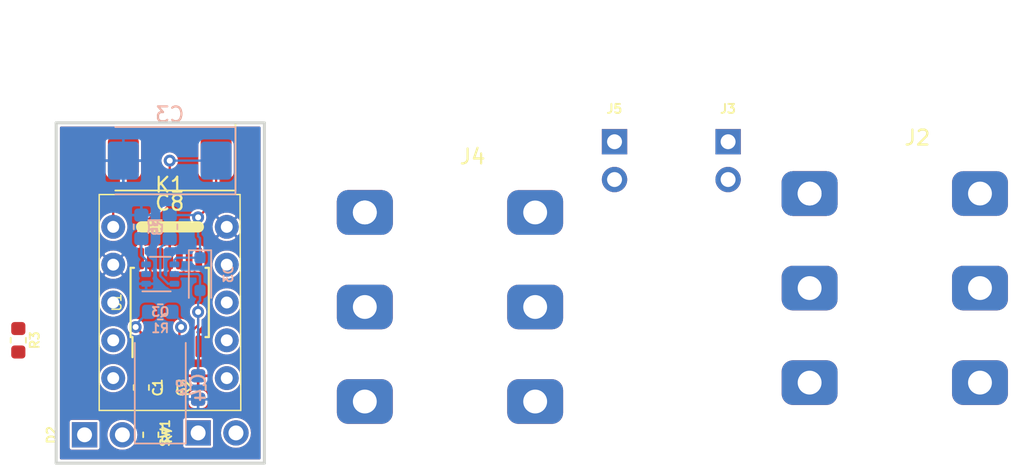
<source format=kicad_pcb>
(kicad_pcb (version 20171130) (host pcbnew "(5.0.2)-1")

  (general
    (thickness 1.6)
    (drawings 4)
    (tracks 57)
    (zones 0)
    (modules 22)
    (nets 31)
  )

  (page A4)
  (layers
    (0 F.Cu signal)
    (31 B.Cu signal)
    (32 B.Adhes user)
    (33 F.Adhes user)
    (34 B.Paste user)
    (35 F.Paste user)
    (36 B.SilkS user)
    (37 F.SilkS user)
    (38 B.Mask user)
    (39 F.Mask user)
    (40 Dwgs.User user)
    (41 Cmts.User user)
    (42 Eco1.User user)
    (43 Eco2.User user)
    (44 Edge.Cuts user)
    (45 Margin user)
    (46 B.CrtYd user)
    (47 F.CrtYd user)
    (48 B.Fab user)
    (49 F.Fab user)
  )

  (setup
    (last_trace_width 0.1524)
    (trace_clearance 0.1524)
    (zone_clearance 0.508)
    (zone_45_only no)
    (trace_min 0.1524)
    (segment_width 0.2)
    (edge_width 0.15)
    (via_size 0.8)
    (via_drill 0.4)
    (via_min_size 0.4)
    (via_min_drill 0.3)
    (uvia_size 0.3)
    (uvia_drill 0.1)
    (uvias_allowed no)
    (uvia_min_size 0.2)
    (uvia_min_drill 0.1)
    (pcb_text_width 0.3)
    (pcb_text_size 1.5 1.5)
    (mod_edge_width 0.15)
    (mod_text_size 1 1)
    (mod_text_width 0.15)
    (pad_size 1.524 1.524)
    (pad_drill 0.762)
    (pad_to_mask_clearance 0.051)
    (solder_mask_min_width 0.25)
    (aux_axis_origin 0 0)
    (visible_elements 7FFFFFFF)
    (pcbplotparams
      (layerselection 0x010fc_ffffffff)
      (usegerberextensions false)
      (usegerberattributes false)
      (usegerberadvancedattributes false)
      (creategerberjobfile false)
      (excludeedgelayer true)
      (linewidth 0.050000)
      (plotframeref false)
      (viasonmask false)
      (mode 1)
      (useauxorigin false)
      (hpglpennumber 1)
      (hpglpenspeed 20)
      (hpglpendiameter 15.000000)
      (psnegative false)
      (psa4output false)
      (plotreference true)
      (plotvalue true)
      (plotinvisibletext false)
      (padsonsilk false)
      (subtractmaskfromsilk false)
      (outputformat 1)
      (mirror false)
      (drillshape 1)
      (scaleselection 1)
      (outputdirectory ""))
  )

  (net 0 "")
  (net 1 "Net-(C8-Pad1)")
  (net 2 "Net-(R1-Pad2)")
  (net 3 "Net-(R2-Pad1)")
  (net 4 "Net-(C2-Pad1)")
  (net 5 "Net-(C1-Pad1)")
  (net 6 "Net-(C8-Pad2)")
  (net 7 SEND)
  (net 8 /BYPASS_IN)
  (net 9 RETURN)
  (net 10 /BYPASS_OUT)
  (net 11 "Net-(D2-Pad2)")
  (net 12 "Net-(J2-PadRN)")
  (net 13 "Net-(J2-PadTN)")
  (net 14 "Net-(J2-PadR)")
  (net 15 "Net-(J4-PadR)")
  (net 16 "Net-(J4-PadTN)")
  (net 17 "Net-(J4-PadRN)")
  (net 18 "Net-(J2-PadSN)")
  (net 19 "Net-(J4-PadSN)")
  (net 20 "Net-(Q3-Pad2)")
  (net 21 "Net-(Q3-Pad6)")
  (net 22 GND)
  (net 23 "Net-(D2-Pad1)")
  (net 24 "Net-(J5-Pad2)")
  (net 25 "Net-(J3-Pad2)")
  (net 26 VCC)
  (net 27 "Net-(U1-Pad8)")
  (net 28 "Net-(U1-Pad10)")
  (net 29 "Net-(U1-Pad12)")
  (net 30 "Net-(C4-Pad1)")

  (net_class Default "This is the default net class."
    (clearance 0.1524)
    (trace_width 0.1524)
    (via_dia 0.8)
    (via_drill 0.4)
    (uvia_dia 0.3)
    (uvia_drill 0.1)
    (add_net /BYPASS_IN)
    (add_net /BYPASS_OUT)
    (add_net GND)
    (add_net "Net-(C1-Pad1)")
    (add_net "Net-(C2-Pad1)")
    (add_net "Net-(C4-Pad1)")
    (add_net "Net-(C8-Pad1)")
    (add_net "Net-(C8-Pad2)")
    (add_net "Net-(D2-Pad1)")
    (add_net "Net-(D2-Pad2)")
    (add_net "Net-(J2-PadR)")
    (add_net "Net-(J2-PadRN)")
    (add_net "Net-(J2-PadSN)")
    (add_net "Net-(J2-PadTN)")
    (add_net "Net-(J3-Pad2)")
    (add_net "Net-(J4-PadR)")
    (add_net "Net-(J4-PadRN)")
    (add_net "Net-(J4-PadSN)")
    (add_net "Net-(J4-PadTN)")
    (add_net "Net-(J5-Pad2)")
    (add_net "Net-(Q3-Pad2)")
    (add_net "Net-(Q3-Pad6)")
    (add_net "Net-(R1-Pad2)")
    (add_net "Net-(R2-Pad1)")
    (add_net "Net-(U1-Pad10)")
    (add_net "Net-(U1-Pad12)")
    (add_net "Net-(U1-Pad8)")
    (add_net RETURN)
    (add_net SEND)
    (add_net VCC)
  )

  (module Capacitor_Tantalum_SMD:CP_EIA-6032-28_Kemet-C (layer B.Cu) (tedit 5B301BBE) (tstamp 5CC23B77)
    (at 149.225 142.24 90)
    (descr "Tantalum Capacitor SMD Kemet-C (6032-28 Metric), IPC_7351 nominal, (Body size from: http://www.kemet.com/Lists/ProductCatalog/Attachments/253/KEM_TC101_STD.pdf), generated with kicad-footprint-generator")
    (tags "capacitor tantalum")
    (path /5CBF6530)
    (attr smd)
    (fp_text reference C4 (at 0 2.55 90) (layer B.SilkS)
      (effects (font (size 1 1) (thickness 0.15)) (justify mirror))
    )
    (fp_text value 10/25 (at 0 -2.55 90) (layer B.Fab)
      (effects (font (size 1 1) (thickness 0.15)) (justify mirror))
    )
    (fp_line (start 3 1.6) (end -2.2 1.6) (layer B.Fab) (width 0.1))
    (fp_line (start -2.2 1.6) (end -3 0.8) (layer B.Fab) (width 0.1))
    (fp_line (start -3 0.8) (end -3 -1.6) (layer B.Fab) (width 0.1))
    (fp_line (start -3 -1.6) (end 3 -1.6) (layer B.Fab) (width 0.1))
    (fp_line (start 3 -1.6) (end 3 1.6) (layer B.Fab) (width 0.1))
    (fp_line (start 3 1.71) (end -3.76 1.71) (layer B.SilkS) (width 0.12))
    (fp_line (start -3.76 1.71) (end -3.76 -1.71) (layer B.SilkS) (width 0.12))
    (fp_line (start -3.76 -1.71) (end 3 -1.71) (layer B.SilkS) (width 0.12))
    (fp_line (start -3.75 -1.85) (end -3.75 1.85) (layer B.CrtYd) (width 0.05))
    (fp_line (start -3.75 1.85) (end 3.75 1.85) (layer B.CrtYd) (width 0.05))
    (fp_line (start 3.75 1.85) (end 3.75 -1.85) (layer B.CrtYd) (width 0.05))
    (fp_line (start 3.75 -1.85) (end -3.75 -1.85) (layer B.CrtYd) (width 0.05))
    (fp_text user %R (at 0 0 90) (layer B.Fab)
      (effects (font (size 1 1) (thickness 0.15)) (justify mirror))
    )
    (pad 1 smd roundrect (at -2.4625 0 90) (size 2.075 2.35) (layers B.Cu B.Paste B.Mask) (roundrect_rratio 0.120482)
      (net 30 "Net-(C4-Pad1)"))
    (pad 2 smd roundrect (at 2.4625 0 90) (size 2.075 2.35) (layers B.Cu B.Paste B.Mask) (roundrect_rratio 0.120482)
      (net 22 GND))
    (model ${KISYS3DMOD}/Capacitor_Tantalum_SMD.3dshapes/CP_EIA-6032-28_Kemet-C.wrl
      (at (xyz 0 0 0))
      (scale (xyz 1 1 1))
      (rotate (xyz 0 0 0))
    )
  )

  (module Capacitor_Tantalum_SMD:CP_EIA-7343-31_Kemet-D (layer B.Cu) (tedit 5B301BBE) (tstamp 5CC23B65)
    (at 149.86 127 180)
    (descr "Tantalum Capacitor SMD Kemet-D (7343-31 Metric), IPC_7351 nominal, (Body size from: http://www.kemet.com/Lists/ProductCatalog/Attachments/253/KEM_TC101_STD.pdf), generated with kicad-footprint-generator")
    (tags "capacitor tantalum")
    (path /5CBEB999)
    (attr smd)
    (fp_text reference C3 (at 0 3.1 180) (layer B.SilkS)
      (effects (font (size 1 1) (thickness 0.15)) (justify mirror))
    )
    (fp_text value Nichicon_UWT_100uF_25V (at 0 -3.1 180) (layer B.Fab)
      (effects (font (size 1 1) (thickness 0.15)) (justify mirror))
    )
    (fp_text user %R (at 0 0 180) (layer B.Fab)
      (effects (font (size 1 1) (thickness 0.15)) (justify mirror))
    )
    (fp_line (start 4.4 -2.4) (end -4.4 -2.4) (layer B.CrtYd) (width 0.05))
    (fp_line (start 4.4 2.4) (end 4.4 -2.4) (layer B.CrtYd) (width 0.05))
    (fp_line (start -4.4 2.4) (end 4.4 2.4) (layer B.CrtYd) (width 0.05))
    (fp_line (start -4.4 -2.4) (end -4.4 2.4) (layer B.CrtYd) (width 0.05))
    (fp_line (start -4.41 -2.26) (end 3.65 -2.26) (layer B.SilkS) (width 0.12))
    (fp_line (start -4.41 2.26) (end -4.41 -2.26) (layer B.SilkS) (width 0.12))
    (fp_line (start 3.65 2.26) (end -4.41 2.26) (layer B.SilkS) (width 0.12))
    (fp_line (start 3.65 -2.15) (end 3.65 2.15) (layer B.Fab) (width 0.1))
    (fp_line (start -3.65 -2.15) (end 3.65 -2.15) (layer B.Fab) (width 0.1))
    (fp_line (start -3.65 1.15) (end -3.65 -2.15) (layer B.Fab) (width 0.1))
    (fp_line (start -2.65 2.15) (end -3.65 1.15) (layer B.Fab) (width 0.1))
    (fp_line (start 3.65 2.15) (end -2.65 2.15) (layer B.Fab) (width 0.1))
    (pad 2 smd roundrect (at 3.1125 0 180) (size 2.075 2.55) (layers B.Cu B.Paste B.Mask) (roundrect_rratio 0.120482)
      (net 22 GND))
    (pad 1 smd roundrect (at -3.1125 0 180) (size 2.075 2.55) (layers B.Cu B.Paste B.Mask) (roundrect_rratio 0.120482)
      (net 26 VCC))
    (model ${KISYS3DMOD}/Capacitor_Tantalum_SMD.3dshapes/CP_EIA-7343-31_Kemet-D.wrl
      (at (xyz 0 0 0))
      (scale (xyz 1 1 1))
      (rotate (xyz 0 0 0))
    )
  )

  (module Capacitor_Tantalum_SMD:CP_EIA-7343-31_Kemet-D (layer F.Cu) (tedit 5B301BBE) (tstamp 5CC23B53)
    (at 149.86 126.746 180)
    (descr "Tantalum Capacitor SMD Kemet-D (7343-31 Metric), IPC_7351 nominal, (Body size from: http://www.kemet.com/Lists/ProductCatalog/Attachments/253/KEM_TC101_STD.pdf), generated with kicad-footprint-generator")
    (tags "capacitor tantalum")
    (path /5C344162)
    (attr smd)
    (fp_text reference C8 (at 0 -3.1 180) (layer F.SilkS)
      (effects (font (size 1 1) (thickness 0.15)))
    )
    (fp_text value 100/25 (at 0 3.1 180) (layer F.Fab)
      (effects (font (size 1 1) (thickness 0.15)))
    )
    (fp_line (start 3.65 -2.15) (end -2.65 -2.15) (layer F.Fab) (width 0.1))
    (fp_line (start -2.65 -2.15) (end -3.65 -1.15) (layer F.Fab) (width 0.1))
    (fp_line (start -3.65 -1.15) (end -3.65 2.15) (layer F.Fab) (width 0.1))
    (fp_line (start -3.65 2.15) (end 3.65 2.15) (layer F.Fab) (width 0.1))
    (fp_line (start 3.65 2.15) (end 3.65 -2.15) (layer F.Fab) (width 0.1))
    (fp_line (start 3.65 -2.26) (end -4.41 -2.26) (layer F.SilkS) (width 0.12))
    (fp_line (start -4.41 -2.26) (end -4.41 2.26) (layer F.SilkS) (width 0.12))
    (fp_line (start -4.41 2.26) (end 3.65 2.26) (layer F.SilkS) (width 0.12))
    (fp_line (start -4.4 2.4) (end -4.4 -2.4) (layer F.CrtYd) (width 0.05))
    (fp_line (start -4.4 -2.4) (end 4.4 -2.4) (layer F.CrtYd) (width 0.05))
    (fp_line (start 4.4 -2.4) (end 4.4 2.4) (layer F.CrtYd) (width 0.05))
    (fp_line (start 4.4 2.4) (end -4.4 2.4) (layer F.CrtYd) (width 0.05))
    (fp_text user %R (at 0 0 180) (layer F.Fab)
      (effects (font (size 1 1) (thickness 0.15)))
    )
    (pad 1 smd roundrect (at -3.1125 0 180) (size 2.075 2.55) (layers F.Cu F.Paste F.Mask) (roundrect_rratio 0.120482)
      (net 1 "Net-(C8-Pad1)"))
    (pad 2 smd roundrect (at 3.1125 0 180) (size 2.075 2.55) (layers F.Cu F.Paste F.Mask) (roundrect_rratio 0.120482)
      (net 6 "Net-(C8-Pad2)"))
    (model ${KISYS3DMOD}/Capacitor_Tantalum_SMD.3dshapes/CP_EIA-7343-31_Kemet-D.wrl
      (at (xyz 0 0 0))
      (scale (xyz 1 1 1))
      (rotate (xyz 0 0 0))
    )
  )

  (module SA_Capacitors_SMD:C_0603_1608M (layer F.Cu) (tedit 5C29EFC9) (tstamp 5CBD28B8)
    (at 147.955 142.24 270)
    (path /5C2E9AB4)
    (attr smd)
    (fp_text reference C1 (at 0 -1.1 270) (layer F.SilkS)
      (effects (font (size 0.6 0.6) (thickness 0.127)))
    )
    (fp_text value 0.1 (at 0 1 270) (layer F.Fab)
      (effects (font (size 0.3 0.3) (thickness 0.03)))
    )
    (fp_text user %R (at 0 0 270) (layer F.Fab)
      (effects (font (size 0.4 0.4) (thickness 0.05)))
    )
    (fp_line (start 1.48 0.73) (end -1.48 0.73) (layer F.CrtYd) (width 0.05))
    (fp_line (start 1.48 -0.73) (end 1.48 0.73) (layer F.CrtYd) (width 0.05))
    (fp_line (start -1.48 -0.73) (end 1.48 -0.73) (layer F.CrtYd) (width 0.05))
    (fp_line (start -1.48 0.73) (end -1.48 -0.73) (layer F.CrtYd) (width 0.05))
    (fp_line (start -0.162779 0.51) (end 0.162779 0.51) (layer F.SilkS) (width 0.12))
    (fp_line (start -0.162779 -0.51) (end 0.162779 -0.51) (layer F.SilkS) (width 0.12))
    (fp_line (start 0.8 0.4) (end -0.8 0.4) (layer F.Fab) (width 0.1))
    (fp_line (start 0.8 -0.4) (end 0.8 0.4) (layer F.Fab) (width 0.1))
    (fp_line (start -0.8 -0.4) (end 0.8 -0.4) (layer F.Fab) (width 0.1))
    (fp_line (start -0.8 0.4) (end -0.8 -0.4) (layer F.Fab) (width 0.1))
    (pad 2 smd roundrect (at 0.7875 0 270) (size 0.875 0.95) (layers F.Cu F.Paste F.Mask) (roundrect_rratio 0.25)
      (net 22 GND))
    (pad 1 smd roundrect (at -0.7875 0 270) (size 0.875 0.95) (layers F.Cu F.Paste F.Mask) (roundrect_rratio 0.25)
      (net 5 "Net-(C1-Pad1)"))
    (model ${SA_LIB_3DSHAPES}/Packages/C_0603_1608Metric.step
      (at (xyz 0 0 0))
      (scale (xyz 1 1 1))
      (rotate (xyz 0 0 0))
    )
  )

  (module SA_Capacitors_SMD:C_0603_1608M (layer B.Cu) (tedit 5C29EFC9) (tstamp 5CBD28A8)
    (at 149.225 137.16)
    (path /5C2E4A54)
    (attr smd)
    (fp_text reference R1 (at 0 1.1) (layer B.SilkS)
      (effects (font (size 0.6 0.6) (thickness 0.127)) (justify mirror))
    )
    (fp_text value 100k (at 0 -1) (layer B.Fab)
      (effects (font (size 0.3 0.3) (thickness 0.03)) (justify mirror))
    )
    (fp_text user %R (at 0 0) (layer B.Fab)
      (effects (font (size 0.4 0.4) (thickness 0.05)) (justify mirror))
    )
    (fp_line (start 1.48 -0.73) (end -1.48 -0.73) (layer B.CrtYd) (width 0.05))
    (fp_line (start 1.48 0.73) (end 1.48 -0.73) (layer B.CrtYd) (width 0.05))
    (fp_line (start -1.48 0.73) (end 1.48 0.73) (layer B.CrtYd) (width 0.05))
    (fp_line (start -1.48 -0.73) (end -1.48 0.73) (layer B.CrtYd) (width 0.05))
    (fp_line (start -0.162779 -0.51) (end 0.162779 -0.51) (layer B.SilkS) (width 0.12))
    (fp_line (start -0.162779 0.51) (end 0.162779 0.51) (layer B.SilkS) (width 0.12))
    (fp_line (start 0.8 -0.4) (end -0.8 -0.4) (layer B.Fab) (width 0.1))
    (fp_line (start 0.8 0.4) (end 0.8 -0.4) (layer B.Fab) (width 0.1))
    (fp_line (start -0.8 0.4) (end 0.8 0.4) (layer B.Fab) (width 0.1))
    (fp_line (start -0.8 -0.4) (end -0.8 0.4) (layer B.Fab) (width 0.1))
    (pad 2 smd roundrect (at 0.7875 0) (size 0.875 0.95) (layers B.Cu B.Paste B.Mask) (roundrect_rratio 0.25)
      (net 2 "Net-(R1-Pad2)"))
    (pad 1 smd roundrect (at -0.7875 0) (size 0.875 0.95) (layers B.Cu B.Paste B.Mask) (roundrect_rratio 0.25)
      (net 5 "Net-(C1-Pad1)"))
    (model ${SA_LIB_3DSHAPES}/Packages/C_0603_1608Metric.step
      (at (xyz 0 0 0))
      (scale (xyz 1 1 1))
      (rotate (xyz 0 0 0))
    )
  )

  (module SA_Capacitors_SMD:C_0603_1608M (layer F.Cu) (tedit 5C29EFC9) (tstamp 5CBD2898)
    (at 149.86 142.24 270)
    (path /5C2E498C)
    (attr smd)
    (fp_text reference R2 (at 0 -1.1 270) (layer F.SilkS)
      (effects (font (size 0.6 0.6) (thickness 0.127)))
    )
    (fp_text value 1M (at 0 1 270) (layer F.Fab)
      (effects (font (size 0.3 0.3) (thickness 0.03)))
    )
    (fp_text user %R (at 0 0 270) (layer F.Fab)
      (effects (font (size 0.4 0.4) (thickness 0.05)))
    )
    (fp_line (start 1.48 0.73) (end -1.48 0.73) (layer F.CrtYd) (width 0.05))
    (fp_line (start 1.48 -0.73) (end 1.48 0.73) (layer F.CrtYd) (width 0.05))
    (fp_line (start -1.48 -0.73) (end 1.48 -0.73) (layer F.CrtYd) (width 0.05))
    (fp_line (start -1.48 0.73) (end -1.48 -0.73) (layer F.CrtYd) (width 0.05))
    (fp_line (start -0.162779 0.51) (end 0.162779 0.51) (layer F.SilkS) (width 0.12))
    (fp_line (start -0.162779 -0.51) (end 0.162779 -0.51) (layer F.SilkS) (width 0.12))
    (fp_line (start 0.8 0.4) (end -0.8 0.4) (layer F.Fab) (width 0.1))
    (fp_line (start 0.8 -0.4) (end 0.8 0.4) (layer F.Fab) (width 0.1))
    (fp_line (start -0.8 -0.4) (end 0.8 -0.4) (layer F.Fab) (width 0.1))
    (fp_line (start -0.8 0.4) (end -0.8 -0.4) (layer F.Fab) (width 0.1))
    (pad 2 smd roundrect (at 0.7875 0 270) (size 0.875 0.95) (layers F.Cu F.Paste F.Mask) (roundrect_rratio 0.25)
      (net 4 "Net-(C2-Pad1)"))
    (pad 1 smd roundrect (at -0.7875 0 270) (size 0.875 0.95) (layers F.Cu F.Paste F.Mask) (roundrect_rratio 0.25)
      (net 3 "Net-(R2-Pad1)"))
    (model ${SA_LIB_3DSHAPES}/Packages/C_0603_1608Metric.step
      (at (xyz 0 0 0))
      (scale (xyz 1 1 1))
      (rotate (xyz 0 0 0))
    )
  )

  (module SA_Capacitors_SMD:C_0603_1608M (layer F.Cu) (tedit 5C29EFC9) (tstamp 5CBD2888)
    (at 139.7 139.065 270)
    (path /5CB98594)
    (attr smd)
    (fp_text reference R3 (at 0 -1.1 270) (layer F.SilkS)
      (effects (font (size 0.6 0.6) (thickness 0.127)))
    )
    (fp_text value CLR-A (at 0 1 270) (layer F.Fab)
      (effects (font (size 0.3 0.3) (thickness 0.03)))
    )
    (fp_text user %R (at 0 0 270) (layer F.Fab)
      (effects (font (size 0.4 0.4) (thickness 0.05)))
    )
    (fp_line (start 1.48 0.73) (end -1.48 0.73) (layer F.CrtYd) (width 0.05))
    (fp_line (start 1.48 -0.73) (end 1.48 0.73) (layer F.CrtYd) (width 0.05))
    (fp_line (start -1.48 -0.73) (end 1.48 -0.73) (layer F.CrtYd) (width 0.05))
    (fp_line (start -1.48 0.73) (end -1.48 -0.73) (layer F.CrtYd) (width 0.05))
    (fp_line (start -0.162779 0.51) (end 0.162779 0.51) (layer F.SilkS) (width 0.12))
    (fp_line (start -0.162779 -0.51) (end 0.162779 -0.51) (layer F.SilkS) (width 0.12))
    (fp_line (start 0.8 0.4) (end -0.8 0.4) (layer F.Fab) (width 0.1))
    (fp_line (start 0.8 -0.4) (end 0.8 0.4) (layer F.Fab) (width 0.1))
    (fp_line (start -0.8 -0.4) (end 0.8 -0.4) (layer F.Fab) (width 0.1))
    (fp_line (start -0.8 0.4) (end -0.8 -0.4) (layer F.Fab) (width 0.1))
    (pad 2 smd roundrect (at 0.7875 0 270) (size 0.875 0.95) (layers F.Cu F.Paste F.Mask) (roundrect_rratio 0.25)
      (net 30 "Net-(C4-Pad1)"))
    (pad 1 smd roundrect (at -0.7875 0 270) (size 0.875 0.95) (layers F.Cu F.Paste F.Mask) (roundrect_rratio 0.25)
      (net 26 VCC))
    (model ${SA_LIB_3DSHAPES}/Packages/C_0603_1608Metric.step
      (at (xyz 0 0 0))
      (scale (xyz 1 1 1))
      (rotate (xyz 0 0 0))
    )
  )

  (module SA_Capacitors_SMD:C_0603_1608M (layer B.Cu) (tedit 5C29EFC9) (tstamp 5CBD2878)
    (at 151.765 142.24 270)
    (path /5C2E0214)
    (attr smd)
    (fp_text reference R4 (at 0 1.1 270) (layer B.SilkS)
      (effects (font (size 0.6 0.6) (thickness 0.127)) (justify mirror))
    )
    (fp_text value 100k (at 0 -1 270) (layer B.Fab)
      (effects (font (size 0.3 0.3) (thickness 0.03)) (justify mirror))
    )
    (fp_text user %R (at 0 0 270) (layer B.Fab)
      (effects (font (size 0.4 0.4) (thickness 0.05)) (justify mirror))
    )
    (fp_line (start 1.48 -0.73) (end -1.48 -0.73) (layer B.CrtYd) (width 0.05))
    (fp_line (start 1.48 0.73) (end 1.48 -0.73) (layer B.CrtYd) (width 0.05))
    (fp_line (start -1.48 0.73) (end 1.48 0.73) (layer B.CrtYd) (width 0.05))
    (fp_line (start -1.48 -0.73) (end -1.48 0.73) (layer B.CrtYd) (width 0.05))
    (fp_line (start -0.162779 -0.51) (end 0.162779 -0.51) (layer B.SilkS) (width 0.12))
    (fp_line (start -0.162779 0.51) (end 0.162779 0.51) (layer B.SilkS) (width 0.12))
    (fp_line (start 0.8 -0.4) (end -0.8 -0.4) (layer B.Fab) (width 0.1))
    (fp_line (start 0.8 0.4) (end 0.8 -0.4) (layer B.Fab) (width 0.1))
    (fp_line (start -0.8 0.4) (end 0.8 0.4) (layer B.Fab) (width 0.1))
    (fp_line (start -0.8 -0.4) (end -0.8 0.4) (layer B.Fab) (width 0.1))
    (pad 2 smd roundrect (at 0.7875 0 270) (size 0.875 0.95) (layers B.Cu B.Paste B.Mask) (roundrect_rratio 0.25)
      (net 22 GND))
    (pad 1 smd roundrect (at -0.7875 0 270) (size 0.875 0.95) (layers B.Cu B.Paste B.Mask) (roundrect_rratio 0.25)
      (net 23 "Net-(D2-Pad1)"))
    (model ${SA_LIB_3DSHAPES}/Packages/C_0603_1608Metric.step
      (at (xyz 0 0 0))
      (scale (xyz 1 1 1))
      (rotate (xyz 0 0 0))
    )
  )

  (module SA_Capacitors_SMD:C_0603_1608M (layer B.Cu) (tedit 5C29EFC9) (tstamp 5CBD2868)
    (at 147.955 131.445 90)
    (path /5C2E01EA)
    (attr smd)
    (fp_text reference R5 (at 0 1.1 90) (layer B.SilkS)
      (effects (font (size 0.6 0.6) (thickness 0.127)) (justify mirror))
    )
    (fp_text value 10k (at 0 -1 90) (layer B.Fab)
      (effects (font (size 0.3 0.3) (thickness 0.03)) (justify mirror))
    )
    (fp_text user %R (at 0 0 90) (layer B.Fab)
      (effects (font (size 0.4 0.4) (thickness 0.05)) (justify mirror))
    )
    (fp_line (start 1.48 -0.73) (end -1.48 -0.73) (layer B.CrtYd) (width 0.05))
    (fp_line (start 1.48 0.73) (end 1.48 -0.73) (layer B.CrtYd) (width 0.05))
    (fp_line (start -1.48 0.73) (end 1.48 0.73) (layer B.CrtYd) (width 0.05))
    (fp_line (start -1.48 -0.73) (end -1.48 0.73) (layer B.CrtYd) (width 0.05))
    (fp_line (start -0.162779 -0.51) (end 0.162779 -0.51) (layer B.SilkS) (width 0.12))
    (fp_line (start -0.162779 0.51) (end 0.162779 0.51) (layer B.SilkS) (width 0.12))
    (fp_line (start 0.8 -0.4) (end -0.8 -0.4) (layer B.Fab) (width 0.1))
    (fp_line (start 0.8 0.4) (end 0.8 -0.4) (layer B.Fab) (width 0.1))
    (fp_line (start -0.8 0.4) (end 0.8 0.4) (layer B.Fab) (width 0.1))
    (fp_line (start -0.8 -0.4) (end -0.8 0.4) (layer B.Fab) (width 0.1))
    (pad 2 smd roundrect (at 0.7875 0 90) (size 0.875 0.95) (layers B.Cu B.Paste B.Mask) (roundrect_rratio 0.25)
      (net 22 GND))
    (pad 1 smd roundrect (at -0.7875 0 90) (size 0.875 0.95) (layers B.Cu B.Paste B.Mask) (roundrect_rratio 0.25)
      (net 20 "Net-(Q3-Pad2)"))
    (model ${SA_LIB_3DSHAPES}/Packages/C_0603_1608Metric.step
      (at (xyz 0 0 0))
      (scale (xyz 1 1 1))
      (rotate (xyz 0 0 0))
    )
  )

  (module SA_Capacitors_SMD:C_0603_1608M (layer B.Cu) (tedit 5C29EFC9) (tstamp 5CBD2858)
    (at 149.86 131.445 270)
    (path /5C2DF3DF)
    (attr smd)
    (fp_text reference R6 (at 0 1.1 270) (layer B.SilkS)
      (effects (font (size 0.6 0.6) (thickness 0.127)) (justify mirror))
    )
    (fp_text value 47R (at 0 -1 270) (layer B.Fab)
      (effects (font (size 0.3 0.3) (thickness 0.03)) (justify mirror))
    )
    (fp_text user %R (at 0 0 270) (layer B.Fab)
      (effects (font (size 0.4 0.4) (thickness 0.05)) (justify mirror))
    )
    (fp_line (start 1.48 -0.73) (end -1.48 -0.73) (layer B.CrtYd) (width 0.05))
    (fp_line (start 1.48 0.73) (end 1.48 -0.73) (layer B.CrtYd) (width 0.05))
    (fp_line (start -1.48 0.73) (end 1.48 0.73) (layer B.CrtYd) (width 0.05))
    (fp_line (start -1.48 -0.73) (end -1.48 0.73) (layer B.CrtYd) (width 0.05))
    (fp_line (start -0.162779 -0.51) (end 0.162779 -0.51) (layer B.SilkS) (width 0.12))
    (fp_line (start -0.162779 0.51) (end 0.162779 0.51) (layer B.SilkS) (width 0.12))
    (fp_line (start 0.8 -0.4) (end -0.8 -0.4) (layer B.Fab) (width 0.1))
    (fp_line (start 0.8 0.4) (end 0.8 -0.4) (layer B.Fab) (width 0.1))
    (fp_line (start -0.8 0.4) (end 0.8 0.4) (layer B.Fab) (width 0.1))
    (fp_line (start -0.8 -0.4) (end -0.8 0.4) (layer B.Fab) (width 0.1))
    (pad 2 smd roundrect (at 0.7875 0 270) (size 0.875 0.95) (layers B.Cu B.Paste B.Mask) (roundrect_rratio 0.25)
      (net 21 "Net-(Q3-Pad6)"))
    (pad 1 smd roundrect (at -0.7875 0 270) (size 0.875 0.95) (layers B.Cu B.Paste B.Mask) (roundrect_rratio 0.25)
      (net 1 "Net-(C8-Pad1)"))
    (model ${SA_LIB_3DSHAPES}/Packages/C_0603_1608Metric.step
      (at (xyz 0 0 0))
      (scale (xyz 1 1 1))
      (rotate (xyz 0 0 0))
    )
  )

  (module SA_Capacitors_SMD:C_0603_1608M (layer F.Cu) (tedit 5C29EFC9) (tstamp 5CBD2848)
    (at 148.59 145.415 270)
    (path /5CBF482C)
    (attr smd)
    (fp_text reference R7 (at 0 -1.1 270) (layer F.SilkS)
      (effects (font (size 0.6 0.6) (thickness 0.127)))
    )
    (fp_text value CLR-B (at 0 1 270) (layer F.Fab)
      (effects (font (size 0.3 0.3) (thickness 0.03)))
    )
    (fp_text user %R (at 0 0 270) (layer F.Fab)
      (effects (font (size 0.4 0.4) (thickness 0.05)))
    )
    (fp_line (start 1.48 0.73) (end -1.48 0.73) (layer F.CrtYd) (width 0.05))
    (fp_line (start 1.48 -0.73) (end 1.48 0.73) (layer F.CrtYd) (width 0.05))
    (fp_line (start -1.48 -0.73) (end 1.48 -0.73) (layer F.CrtYd) (width 0.05))
    (fp_line (start -1.48 0.73) (end -1.48 -0.73) (layer F.CrtYd) (width 0.05))
    (fp_line (start -0.162779 0.51) (end 0.162779 0.51) (layer F.SilkS) (width 0.12))
    (fp_line (start -0.162779 -0.51) (end 0.162779 -0.51) (layer F.SilkS) (width 0.12))
    (fp_line (start 0.8 0.4) (end -0.8 0.4) (layer F.Fab) (width 0.1))
    (fp_line (start 0.8 -0.4) (end 0.8 0.4) (layer F.Fab) (width 0.1))
    (fp_line (start -0.8 -0.4) (end 0.8 -0.4) (layer F.Fab) (width 0.1))
    (fp_line (start -0.8 0.4) (end -0.8 -0.4) (layer F.Fab) (width 0.1))
    (pad 2 smd roundrect (at 0.7875 0 270) (size 0.875 0.95) (layers F.Cu F.Paste F.Mask) (roundrect_rratio 0.25)
      (net 11 "Net-(D2-Pad2)"))
    (pad 1 smd roundrect (at -0.7875 0 270) (size 0.875 0.95) (layers F.Cu F.Paste F.Mask) (roundrect_rratio 0.25)
      (net 30 "Net-(C4-Pad1)"))
    (model ${SA_LIB_3DSHAPES}/Packages/C_0603_1608Metric.step
      (at (xyz 0 0 0))
      (scale (xyz 1 1 1))
      (rotate (xyz 0 0 0))
    )
  )

  (module SA_Capacitors_SMD:C_0603_1608M (layer F.Cu) (tedit 5C29EFC9) (tstamp 5CBD2838)
    (at 151.765 142.24 90)
    (path /5C2E9B1B)
    (attr smd)
    (fp_text reference C2 (at 0 -1.1 90) (layer F.SilkS)
      (effects (font (size 0.6 0.6) (thickness 0.127)))
    )
    (fp_text value 0.22 (at 0 1 90) (layer F.Fab)
      (effects (font (size 0.3 0.3) (thickness 0.03)))
    )
    (fp_text user %R (at 0 0 90) (layer F.Fab)
      (effects (font (size 0.4 0.4) (thickness 0.05)))
    )
    (fp_line (start 1.48 0.73) (end -1.48 0.73) (layer F.CrtYd) (width 0.05))
    (fp_line (start 1.48 -0.73) (end 1.48 0.73) (layer F.CrtYd) (width 0.05))
    (fp_line (start -1.48 -0.73) (end 1.48 -0.73) (layer F.CrtYd) (width 0.05))
    (fp_line (start -1.48 0.73) (end -1.48 -0.73) (layer F.CrtYd) (width 0.05))
    (fp_line (start -0.162779 0.51) (end 0.162779 0.51) (layer F.SilkS) (width 0.12))
    (fp_line (start -0.162779 -0.51) (end 0.162779 -0.51) (layer F.SilkS) (width 0.12))
    (fp_line (start 0.8 0.4) (end -0.8 0.4) (layer F.Fab) (width 0.1))
    (fp_line (start 0.8 -0.4) (end 0.8 0.4) (layer F.Fab) (width 0.1))
    (fp_line (start -0.8 -0.4) (end 0.8 -0.4) (layer F.Fab) (width 0.1))
    (fp_line (start -0.8 0.4) (end -0.8 -0.4) (layer F.Fab) (width 0.1))
    (pad 2 smd roundrect (at 0.7875 0 90) (size 0.875 0.95) (layers F.Cu F.Paste F.Mask) (roundrect_rratio 0.25)
      (net 22 GND))
    (pad 1 smd roundrect (at -0.7875 0 90) (size 0.875 0.95) (layers F.Cu F.Paste F.Mask) (roundrect_rratio 0.25)
      (net 4 "Net-(C2-Pad1)"))
    (model ${SA_LIB_3DSHAPES}/Packages/C_0603_1608Metric.step
      (at (xyz 0 0 0))
      (scale (xyz 1 1 1))
      (rotate (xyz 0 0 0))
    )
  )

  (module SA_CMOS_Logic_SMD:Texas_Instruments_CD40106BPWR_TSSOP-14 (layer F.Cu) (tedit 5C59D570) (tstamp 5CBD09E0)
    (at 149.86 136.525 90)
    (descr "14-Lead Plastic Thin Shrink Small Outline (ST)-4.4 mm Body [TSSOP] (see Microchip Packaging Specification 00000049BS.pdf)")
    (tags "SSOP 0.65")
    (path /5CB9815A)
    (attr smd)
    (fp_text reference U1 (at 0 -3.55 90) (layer F.SilkS)
      (effects (font (size 0.6 0.6) (thickness 0.1)))
    )
    (fp_text value Texas_Instruments_CD40106BPWR (at 0 3.55 90) (layer F.Fab)
      (effects (font (size 0.5 0.5) (thickness 0.05)))
    )
    (fp_text user %R (at 0 0 90) (layer F.Fab)
      (effects (font (size 0.5 0.5) (thickness 0.05)))
    )
    (fp_line (start -2.325 -2.5) (end -3.675 -2.5) (layer F.SilkS) (width 0.15))
    (fp_line (start -2.325 2.625) (end 2.325 2.625) (layer F.SilkS) (width 0.15))
    (fp_line (start -2.325 -2.625) (end 2.325 -2.625) (layer F.SilkS) (width 0.15))
    (fp_line (start -2.325 2.625) (end -2.325 2.4) (layer F.SilkS) (width 0.15))
    (fp_line (start 2.325 2.625) (end 2.325 2.4) (layer F.SilkS) (width 0.15))
    (fp_line (start 2.325 -2.625) (end 2.325 -2.4) (layer F.SilkS) (width 0.15))
    (fp_line (start -2.325 -2.625) (end -2.325 -2.5) (layer F.SilkS) (width 0.15))
    (fp_line (start -3.95 2.8) (end 3.95 2.8) (layer F.CrtYd) (width 0.05))
    (fp_line (start -3.95 -2.8) (end 3.95 -2.8) (layer F.CrtYd) (width 0.05))
    (fp_line (start 3.95 -2.8) (end 3.95 2.8) (layer F.CrtYd) (width 0.05))
    (fp_line (start -3.95 -2.8) (end -3.95 2.8) (layer F.CrtYd) (width 0.05))
    (fp_line (start -2.2 -1.5) (end -1.2 -2.5) (layer F.Fab) (width 0.15))
    (fp_line (start -2.2 2.5) (end -2.2 -1.5) (layer F.Fab) (width 0.15))
    (fp_line (start 2.2 2.5) (end -2.2 2.5) (layer F.Fab) (width 0.15))
    (fp_line (start 2.2 -2.5) (end 2.2 2.5) (layer F.Fab) (width 0.15))
    (fp_line (start -1.2 -2.5) (end 2.2 -2.5) (layer F.Fab) (width 0.15))
    (pad 14 smd roundrect (at 2.95 -1.95 90) (size 1.45 0.45) (layers F.Cu F.Paste F.Mask) (roundrect_rratio 0.25)
      (net 26 VCC))
    (pad 13 smd roundrect (at 2.95 -1.3 90) (size 1.45 0.45) (layers F.Cu F.Paste F.Mask) (roundrect_rratio 0.25)
      (net 22 GND))
    (pad 12 smd roundrect (at 2.95 -0.65 90) (size 1.45 0.45) (layers F.Cu F.Paste F.Mask) (roundrect_rratio 0.25)
      (net 29 "Net-(U1-Pad12)"))
    (pad 11 smd roundrect (at 2.95 0 90) (size 1.45 0.45) (layers F.Cu F.Paste F.Mask) (roundrect_rratio 0.25)
      (net 22 GND))
    (pad 10 smd roundrect (at 2.95 0.65 90) (size 1.45 0.45) (layers F.Cu F.Paste F.Mask) (roundrect_rratio 0.25)
      (net 28 "Net-(U1-Pad10)"))
    (pad 9 smd roundrect (at 2.95 1.3 90) (size 1.45 0.45) (layers F.Cu F.Paste F.Mask) (roundrect_rratio 0.25)
      (net 22 GND))
    (pad 8 smd roundrect (at 2.95 1.95 90) (size 1.45 0.45) (layers F.Cu F.Paste F.Mask) (roundrect_rratio 0.25)
      (net 27 "Net-(U1-Pad8)"))
    (pad 7 smd roundrect (at -2.95 1.95 90) (size 1.45 0.45) (layers F.Cu F.Paste F.Mask) (roundrect_rratio 0.25)
      (net 22 GND))
    (pad 6 smd roundrect (at -2.95 1.3 90) (size 1.45 0.45) (layers F.Cu F.Paste F.Mask) (roundrect_rratio 0.25)
      (net 23 "Net-(D2-Pad1)"))
    (pad 5 smd roundrect (at -2.95 0.65 90) (size 1.45 0.45) (layers F.Cu F.Paste F.Mask) (roundrect_rratio 0.25)
      (net 2 "Net-(R1-Pad2)"))
    (pad 4 smd roundrect (at -2.95 0 90) (size 1.45 0.45) (layers F.Cu F.Paste F.Mask) (roundrect_rratio 0.25)
      (net 2 "Net-(R1-Pad2)"))
    (pad 3 smd roundrect (at -2.95 -0.65 90) (size 1.45 0.45) (layers F.Cu F.Paste F.Mask) (roundrect_rratio 0.25)
      (net 3 "Net-(R2-Pad1)"))
    (pad 2 smd roundrect (at -2.95 -1.3 90) (size 1.45 0.45) (layers F.Cu F.Paste F.Mask) (roundrect_rratio 0.25)
      (net 3 "Net-(R2-Pad1)"))
    (pad 1 smd roundrect (at -2.95 -1.95 90) (size 1.45 0.45) (layers F.Cu F.Paste F.Mask) (roundrect_rratio 0.25)
      (net 5 "Net-(C1-Pad1)"))
    (model ${SA_LIB_3DSHAPES}/Texas_Instruments_CD40106BPWR_TSSOP-14/Texas_Instruments_CD40106BPWR_TSSOP-14.step
      (at (xyz 0 0 0))
      (scale (xyz 1 1 1))
      (rotate (xyz 0 0 0))
    )
  )

  (module SA_Connectors_Pin_Headers_THT:PinHeader_1x02_P2.54mm_Vertical_Top (layer F.Cu) (tedit 5C2F6855) (tstamp 5C37D31F)
    (at 144.145 145.415 90)
    (descr "Through hole straight pin header, 1x02, 2.54mm pitch, single row")
    (tags "Through hole pin header THT 1x02 2.54mm single row")
    (path /5C4E6D21)
    (fp_text reference D2 (at -0.01 -2.21 90) (layer F.SilkS)
      (effects (font (size 0.6 0.6) (thickness 0.127)))
    )
    (fp_text value LED (at 0 4.62 90) (layer F.Fab)
      (effects (font (size 0.3 0.3) (thickness 0.03)))
    )
    (fp_text user %R (at 0 1.27 180) (layer F.Fab)
      (effects (font (size 0.4 0.4) (thickness 0.05)))
    )
    (fp_line (start 1.8 -1.8) (end -1.8 -1.8) (layer F.CrtYd) (width 0.05))
    (fp_line (start 1.8 4.35) (end 1.8 -1.8) (layer F.CrtYd) (width 0.05))
    (fp_line (start -1.8 4.35) (end 1.8 4.35) (layer F.CrtYd) (width 0.05))
    (fp_line (start -1.8 -1.8) (end -1.8 4.35) (layer F.CrtYd) (width 0.05))
    (fp_line (start -1.27 -0.635) (end -0.635 -1.27) (layer F.Fab) (width 0.1))
    (fp_line (start -1.27 3.81) (end -1.27 -0.635) (layer F.Fab) (width 0.1))
    (fp_line (start 1.27 3.81) (end -1.27 3.81) (layer F.Fab) (width 0.1))
    (fp_line (start 1.27 -1.27) (end 1.27 3.81) (layer F.Fab) (width 0.1))
    (fp_line (start -0.635 -1.27) (end 1.27 -1.27) (layer F.Fab) (width 0.1))
    (pad 2 thru_hole oval (at 0 2.54 90) (size 1.7 1.7) (drill 1) (layers *.Cu *.Mask)
      (net 11 "Net-(D2-Pad2)"))
    (pad 1 thru_hole rect (at 0 0 90) (size 1.7 1.7) (drill 1) (layers *.Cu *.Mask)
      (net 23 "Net-(D2-Pad1)"))
    (model ${SA_LIB_3DSHAPES}/Packages/PinHeader_1x02_P2.54mm_Vertical_Top.step
      (at (xyz 0 0 0))
      (scale (xyz 1 1 1))
      (rotate (xyz 0 0 0))
    )
  )

  (module SA_Connectors_Pin_Headers_THT:PinHeader_1x02_P2.54mm_Vertical_Top (layer F.Cu) (tedit 5C2F6855) (tstamp 5C37D310)
    (at 187.325 125.73)
    (descr "Through hole straight pin header, 1x02, 2.54mm pitch, single row")
    (tags "Through hole pin header THT 1x02 2.54mm single row")
    (path /5C324E72)
    (fp_text reference J3 (at -0.01 -2.21) (layer F.SilkS)
      (effects (font (size 0.6 0.6) (thickness 0.127)))
    )
    (fp_text value SEND (at 0 4.62) (layer F.Fab)
      (effects (font (size 0.3 0.3) (thickness 0.03)))
    )
    (fp_text user %R (at 0 1.27 90) (layer F.Fab)
      (effects (font (size 0.4 0.4) (thickness 0.05)))
    )
    (fp_line (start 1.8 -1.8) (end -1.8 -1.8) (layer F.CrtYd) (width 0.05))
    (fp_line (start 1.8 4.35) (end 1.8 -1.8) (layer F.CrtYd) (width 0.05))
    (fp_line (start -1.8 4.35) (end 1.8 4.35) (layer F.CrtYd) (width 0.05))
    (fp_line (start -1.8 -1.8) (end -1.8 4.35) (layer F.CrtYd) (width 0.05))
    (fp_line (start -1.27 -0.635) (end -0.635 -1.27) (layer F.Fab) (width 0.1))
    (fp_line (start -1.27 3.81) (end -1.27 -0.635) (layer F.Fab) (width 0.1))
    (fp_line (start 1.27 3.81) (end -1.27 3.81) (layer F.Fab) (width 0.1))
    (fp_line (start 1.27 -1.27) (end 1.27 3.81) (layer F.Fab) (width 0.1))
    (fp_line (start -0.635 -1.27) (end 1.27 -1.27) (layer F.Fab) (width 0.1))
    (pad 2 thru_hole oval (at 0 2.54) (size 1.7 1.7) (drill 1) (layers *.Cu *.Mask)
      (net 25 "Net-(J3-Pad2)"))
    (pad 1 thru_hole rect (at 0 0) (size 1.7 1.7) (drill 1) (layers *.Cu *.Mask)
      (net 7 SEND))
    (model ${SA_LIB_3DSHAPES}/Packages/PinHeader_1x02_P2.54mm_Vertical_Top.step
      (at (xyz 0 0 0))
      (scale (xyz 1 1 1))
      (rotate (xyz 0 0 0))
    )
  )

  (module SA_Connectors_Pin_Headers_THT:PinHeader_1x02_P2.54mm_Vertical_Top (layer F.Cu) (tedit 5C2F6855) (tstamp 5C37D2E3)
    (at 179.705 125.73)
    (descr "Through hole straight pin header, 1x02, 2.54mm pitch, single row")
    (tags "Through hole pin header THT 1x02 2.54mm single row")
    (path /5C320A3B)
    (fp_text reference J5 (at -0.01 -2.21) (layer F.SilkS)
      (effects (font (size 0.6 0.6) (thickness 0.127)))
    )
    (fp_text value RETURN (at 0 4.62) (layer F.Fab)
      (effects (font (size 0.3 0.3) (thickness 0.03)))
    )
    (fp_text user %R (at 0 1.27 90) (layer F.Fab)
      (effects (font (size 0.4 0.4) (thickness 0.05)))
    )
    (fp_line (start 1.8 -1.8) (end -1.8 -1.8) (layer F.CrtYd) (width 0.05))
    (fp_line (start 1.8 4.35) (end 1.8 -1.8) (layer F.CrtYd) (width 0.05))
    (fp_line (start -1.8 4.35) (end 1.8 4.35) (layer F.CrtYd) (width 0.05))
    (fp_line (start -1.8 -1.8) (end -1.8 4.35) (layer F.CrtYd) (width 0.05))
    (fp_line (start -1.27 -0.635) (end -0.635 -1.27) (layer F.Fab) (width 0.1))
    (fp_line (start -1.27 3.81) (end -1.27 -0.635) (layer F.Fab) (width 0.1))
    (fp_line (start 1.27 3.81) (end -1.27 3.81) (layer F.Fab) (width 0.1))
    (fp_line (start 1.27 -1.27) (end 1.27 3.81) (layer F.Fab) (width 0.1))
    (fp_line (start -0.635 -1.27) (end 1.27 -1.27) (layer F.Fab) (width 0.1))
    (pad 2 thru_hole oval (at 0 2.54) (size 1.7 1.7) (drill 1) (layers *.Cu *.Mask)
      (net 24 "Net-(J5-Pad2)"))
    (pad 1 thru_hole rect (at 0 0) (size 1.7 1.7) (drill 1) (layers *.Cu *.Mask)
      (net 9 RETURN))
    (model ${SA_LIB_3DSHAPES}/Packages/PinHeader_1x02_P2.54mm_Vertical_Top.step
      (at (xyz 0 0 0))
      (scale (xyz 1 1 1))
      (rotate (xyz 0 0 0))
    )
  )

  (module SA_Connectors_Pin_Headers_THT:PinHeader_1x02_P2.54mm_Vertical_Top (layer F.Cu) (tedit 5C2F6855) (tstamp 5C37D2D4)
    (at 151.765 145.288 90)
    (descr "Through hole straight pin header, 1x02, 2.54mm pitch, single row")
    (tags "Through hole pin header THT 1x02 2.54mm single row")
    (path /5C2E8212)
    (fp_text reference SW1 (at -0.01 -2.21 90) (layer F.SilkS)
      (effects (font (size 0.6 0.6) (thickness 0.127)))
    )
    (fp_text value Momentary_NO (at 0 4.62 90) (layer F.Fab)
      (effects (font (size 0.3 0.3) (thickness 0.03)))
    )
    (fp_text user %R (at 0 1.27 -180) (layer F.Fab)
      (effects (font (size 0.4 0.4) (thickness 0.05)))
    )
    (fp_line (start 1.8 -1.8) (end -1.8 -1.8) (layer F.CrtYd) (width 0.05))
    (fp_line (start 1.8 4.35) (end 1.8 -1.8) (layer F.CrtYd) (width 0.05))
    (fp_line (start -1.8 4.35) (end 1.8 4.35) (layer F.CrtYd) (width 0.05))
    (fp_line (start -1.8 -1.8) (end -1.8 4.35) (layer F.CrtYd) (width 0.05))
    (fp_line (start -1.27 -0.635) (end -0.635 -1.27) (layer F.Fab) (width 0.1))
    (fp_line (start -1.27 3.81) (end -1.27 -0.635) (layer F.Fab) (width 0.1))
    (fp_line (start 1.27 3.81) (end -1.27 3.81) (layer F.Fab) (width 0.1))
    (fp_line (start 1.27 -1.27) (end 1.27 3.81) (layer F.Fab) (width 0.1))
    (fp_line (start -0.635 -1.27) (end 1.27 -1.27) (layer F.Fab) (width 0.1))
    (pad 2 thru_hole oval (at 0 2.54 90) (size 1.7 1.7) (drill 1) (layers *.Cu *.Mask)
      (net 4 "Net-(C2-Pad1)"))
    (pad 1 thru_hole rect (at 0 0 90) (size 1.7 1.7) (drill 1) (layers *.Cu *.Mask)
      (net 5 "Net-(C1-Pad1)"))
    (model ${SA_LIB_3DSHAPES}/Packages/PinHeader_1x02_P2.54mm_Vertical_Top.step
      (at (xyz 0 0 0))
      (scale (xyz 1 1 1))
      (rotate (xyz 0 0 0))
    )
  )

  (module SA_Diodes_SMD:ON_Semi_1N4148WS_SOD-323F-2 (layer B.Cu) (tedit 5C2425F3) (tstamp 5C318525)
    (at 151.892 134.62 270)
    (path /5C2DDAC2)
    (attr smd)
    (fp_text reference D3 (at 0 -1.905 270) (layer B.SilkS)
      (effects (font (size 0.6 0.6) (thickness 0.127)) (justify mirror))
    )
    (fp_text value 1N4148WS (at 0 -1.15 270) (layer B.Fab)
      (effects (font (size 0.3 0.3) (thickness 0.03)) (justify mirror))
    )
    (fp_text user %R (at 0 0 90) (layer B.Fab)
      (effects (font (size 0.4 0.4) (thickness 0.05)) (justify mirror))
    )
    (fp_line (start -1.6 0.75) (end -1.6 -0.75) (layer B.SilkS) (width 0.12))
    (fp_line (start -0.6375 0.6) (end -0.6375 -0.6) (layer B.Fab) (width 0.1))
    (fp_line (start -1.7 0.9) (end 1.7 0.9) (layer B.CrtYd) (width 0.05))
    (fp_line (start 1.7 0.9) (end 1.7 -0.9) (layer B.CrtYd) (width 0.05))
    (fp_line (start -1.7 -0.9) (end 1.7 -0.9) (layer B.CrtYd) (width 0.05))
    (fp_line (start -1.7 0.9) (end -1.7 -0.9) (layer B.CrtYd) (width 0.05))
    (fp_line (start -1.6 -0.75) (end 1.6 -0.75) (layer B.SilkS) (width 0.12))
    (fp_line (start -1.6 0.75) (end 1.6 0.75) (layer B.SilkS) (width 0.12))
    (fp_line (start -0.85 0.625) (end -0.85 -0.625) (layer B.Fab) (width 0.1))
    (fp_line (start -0.85 -0.625) (end 0.85 -0.625) (layer B.Fab) (width 0.1))
    (fp_line (start 0.85 -0.625) (end 0.85 0.625) (layer B.Fab) (width 0.1))
    (fp_line (start 0.85 0.625) (end -0.85 0.625) (layer B.Fab) (width 0.1))
    (pad 1 smd roundrect (at -1.1 0 270) (size 0.75 0.75) (layers B.Cu B.Paste B.Mask) (roundrect_rratio 0.25)
      (net 1 "Net-(C8-Pad1)"))
    (pad 2 smd roundrect (at 1.1 0 270) (size 0.75 0.75) (layers B.Cu B.Paste B.Mask) (roundrect_rratio 0.25)
      (net 23 "Net-(D2-Pad1)"))
    (model ${SA_LIB_3DSHAPES}/ON_Semi_1N4148WS_SOD-323F-2/ON_Semi_1N4148WS_SOD-323F-2.step
      (at (xyz 0 0 0))
      (scale (xyz 1 1 1))
      (rotate (xyz 0 0 0))
    )
  )

  (module SA_Jacks_Audio:Neutrik_NRJ6HM-1 (layer F.Cu) (tedit 5C2F605B) (tstamp 5C3184D9)
    (at 170.18 125.73)
    (path /5C331ED9)
    (fp_text reference J4 (at 0 1) (layer F.SilkS)
      (effects (font (size 1 1) (thickness 0.15)))
    )
    (fp_text value Neutrik_NRJ6HM-1 (at -0.05 2.35) (layer F.Fab)
      (effects (font (size 1 1) (thickness 0.15)))
    )
    (fp_text user "SN only connected to chassis if plug is removed" (at -3.47 6.75) (layer F.Fab)
      (effects (font (size 0.3 0.3) (thickness 0.03)))
    )
    (fp_text user "S always connected to chassis" (at -5.51 7.48) (layer F.Fab)
      (effects (font (size 0.3 0.3) (thickness 0.03)))
    )
    (fp_text user "ensures chassis ground connection if plug is inserted" (at -2.74 9.19) (layer F.Fab)
      (effects (font (size 0.3 0.3) (thickness 0.03)))
    )
    (fp_text user "Trace between S and SN" (at -6.25 8.8) (layer F.Fab)
      (effects (font (size 0.3 0.3) (thickness 0.03)))
    )
    (fp_line (start 0 21.85) (end 0 -8.2) (layer F.Fab) (width 0.1))
    (fp_line (start -5 -0.25) (end 5 0) (layer F.Fab) (width 0.1))
    (fp_line (start -5 -0.5) (end 5 -0.25) (layer F.Fab) (width 0.1))
    (fp_line (start -5 -0.75) (end 5 -0.5) (layer F.Fab) (width 0.1))
    (fp_line (start -5 -1) (end 5 -0.75) (layer F.Fab) (width 0.1))
    (fp_line (start -5 -1.25) (end 5 -1) (layer F.Fab) (width 0.1))
    (fp_line (start -5 -1.5) (end 5 -1.25) (layer F.Fab) (width 0.1))
    (fp_line (start -5 -1.75) (end 5 -1.5) (layer F.Fab) (width 0.1))
    (fp_line (start -5 -2) (end 5 -1.75) (layer F.Fab) (width 0.1))
    (fp_line (start -5 -2.25) (end 5 -2) (layer F.Fab) (width 0.1))
    (fp_line (start -5 -2.5) (end 5 -2.25) (layer F.Fab) (width 0.1))
    (fp_line (start -5 -2.75) (end 5 -2.5) (layer F.Fab) (width 0.1))
    (fp_line (start -5 -3) (end 5 -2.75) (layer F.Fab) (width 0.1))
    (fp_line (start -5 -3.25) (end 5 -3) (layer F.Fab) (width 0.1))
    (fp_line (start -5 -3.5) (end 5 -3.25) (layer F.Fab) (width 0.1))
    (fp_line (start -5 -3.75) (end 5 -3.5) (layer F.Fab) (width 0.1))
    (fp_line (start -5 -4) (end 5 -3.75) (layer F.Fab) (width 0.1))
    (fp_line (start -5 -4.25) (end 5 -4) (layer F.Fab) (width 0.1))
    (fp_line (start -5 -4.5) (end 5 -4.25) (layer F.Fab) (width 0.1))
    (fp_line (start -5 -4.75) (end 5 -4.5) (layer F.Fab) (width 0.1))
    (fp_line (start -5 -5) (end 5 -4.75) (layer F.Fab) (width 0.1))
    (fp_line (start -5 -5.25) (end 5 -5) (layer F.Fab) (width 0.1))
    (fp_line (start 5 -5.25) (end 5 -5) (layer F.Fab) (width 0.1))
    (fp_line (start -5 -5.5) (end 5 -5.25) (layer F.Fab) (width 0.1))
    (fp_line (start -5 -5.75) (end -5 -5.5) (layer F.Fab) (width 0.1))
    (fp_line (start 5 -5.5) (end -5 -5.75) (layer F.Fab) (width 0.1))
    (fp_line (start 5 -5.75) (end 5 -5.5) (layer F.Fab) (width 0.1))
    (fp_line (start -5 -6) (end 5 -5.75) (layer F.Fab) (width 0.1))
    (fp_line (start -5 -6.25) (end -5 -6) (layer F.Fab) (width 0.1))
    (fp_line (start 5 -6) (end -5 -6.25) (layer F.Fab) (width 0.1))
    (fp_line (start 5 -6.25) (end 5 -6) (layer F.Fab) (width 0.1))
    (fp_line (start -5 -6.5) (end 5 -6.25) (layer F.Fab) (width 0.1))
    (fp_line (start -5 -6.75) (end -5 -6.5) (layer F.Fab) (width 0.1))
    (fp_line (start 5 -6.5) (end -5 -6.75) (layer F.Fab) (width 0.1))
    (fp_line (start 5 -6.75) (end 5 -6.5) (layer F.Fab) (width 0.1))
    (fp_line (start -5 -7) (end 5 -6.75) (layer F.Fab) (width 0.1))
    (fp_line (start -5 -7.25) (end -5 -7) (layer F.Fab) (width 0.1))
    (fp_line (start 5 -7) (end -5 -7.25) (layer F.Fab) (width 0.1))
    (fp_line (start 5 -7.25) (end 5 -7) (layer F.Fab) (width 0.1))
    (fp_line (start -5 -7.5) (end 5 -7.25) (layer F.Fab) (width 0.1))
    (fp_line (start -5 -7.75) (end -5 -7.5) (layer F.Fab) (width 0.1))
    (fp_line (start 5 -7.5) (end -5 -7.75) (layer F.Fab) (width 0.1))
    (fp_line (start 5 -7.75) (end 5 -7.5) (layer F.Fab) (width 0.1))
    (fp_line (start -5 -8) (end 5 -7.75) (layer F.Fab) (width 0.1))
    (fp_line (start 5.5 0) (end 6.5 -1) (layer F.Fab) (width 0.1))
    (fp_line (start 4.75 0) (end 5.75 -1) (layer F.Fab) (width 0.1))
    (fp_line (start 4 0) (end 5 -1) (layer F.Fab) (width 0.1))
    (fp_line (start 4.25 -1) (end 3.25 0) (layer F.Fab) (width 0.1))
    (fp_line (start 2.5 0) (end 3.5 -1) (layer F.Fab) (width 0.1))
    (fp_line (start 2.75 -1) (end 1.75 0) (layer F.Fab) (width 0.1))
    (fp_line (start 1 0) (end 2 -1) (layer F.Fab) (width 0.1))
    (fp_line (start 1.25 -1) (end 0.25 0) (layer F.Fab) (width 0.1))
    (fp_line (start -0.5 0) (end 0.5 -1) (layer F.Fab) (width 0.1))
    (fp_line (start -0.25 -1) (end -1.25 0) (layer F.Fab) (width 0.1))
    (fp_line (start -2 0) (end -1 -1) (layer F.Fab) (width 0.1))
    (fp_line (start -8.5 -1) (end -9.25 -0.25) (layer F.Fab) (width 0.1))
    (fp_line (start -7.75 -1) (end -8.75 0) (layer F.Fab) (width 0.1))
    (fp_line (start -8 0) (end -7 -1) (layer F.Fab) (width 0.1))
    (fp_line (start -6.25 -1) (end -7.25 0) (layer F.Fab) (width 0.1))
    (fp_line (start -5.5 -1) (end -6.5 0) (layer F.Fab) (width 0.1))
    (fp_line (start -4.75 -1) (end -5.75 0) (layer F.Fab) (width 0.1))
    (fp_line (start -2.75 0) (end -1.75 -1) (layer F.Fab) (width 0.1))
    (fp_line (start -3.5 0) (end -2.5 -1) (layer F.Fab) (width 0.1))
    (fp_line (start -4.25 0) (end -3.25 -1) (layer F.Fab) (width 0.1))
    (fp_line (start -5 0) (end -4 -1) (layer F.Fab) (width 0.1))
    (fp_text user "PANEL CUTOUT" (at 0 -0.5) (layer F.Fab)
      (effects (font (size 0.5 0.5) (thickness 0.05)))
    )
    (fp_poly (pts (xy -9.32 0) (xy -9.32 -1) (xy 6.43 -1) (xy 6.43 0)) (layer B.CrtYd) (width 0.01))
    (fp_line (start 6.43 -1) (end 6.43 0) (layer F.Fab) (width 0.1))
    (fp_line (start -9.32 -1) (end 6.43 -1) (layer F.Fab) (width 0.1))
    (fp_line (start -9.32 0) (end -9.32 -1) (layer F.Fab) (width 0.1))
    (fp_line (start 5 -8.2) (end 5 0) (layer F.Fab) (width 0.1))
    (fp_line (start -5 -8.2) (end 5 -8.2) (layer F.Fab) (width 0.1))
    (fp_line (start -5 0) (end -5 -8.2) (layer F.Fab) (width 0.1))
    (fp_line (start -9.32 21.85) (end -9.32 0) (layer F.Fab) (width 0.1))
    (fp_line (start 6.43 21.85) (end -9.32 21.85) (layer F.Fab) (width 0.1))
    (fp_line (start 6.43 0) (end 6.43 21.85) (layer F.Fab) (width 0.1))
    (fp_line (start 0 0) (end -9.32 0) (layer F.Fab) (width 0.1))
    (fp_line (start 0 0) (end 6.43 0) (layer F.Fab) (width 0.1))
    (pad CHASSIS thru_hole roundrect (at -7.23 4.75) (size 3.75 3) (drill 1.6) (layers *.Cu *.Mask) (roundrect_rratio 0.25)
      (net 22 GND))
    (pad S thru_hole roundrect (at -7.23 4.75) (size 3.75 3) (drill 1.6) (layers *.Cu *.Mask) (roundrect_rratio 0.25)
      (net 22 GND))
    (pad R thru_hole roundrect (at -7.23 11.1) (size 3.75 3) (drill 1.6) (layers *.Cu *.Mask) (roundrect_rratio 0.25)
      (net 15 "Net-(J4-PadR)"))
    (pad T thru_hole roundrect (at -7.23 17.45) (size 3.75 3) (drill 1.6) (layers *.Cu *.Mask) (roundrect_rratio 0.25)
      (net 10 /BYPASS_OUT))
    (pad TN thru_hole roundrect (at 4.2 17.45) (size 3.75 3) (drill 1.6) (layers *.Cu *.Mask) (roundrect_rratio 0.25)
      (net 16 "Net-(J4-PadTN)"))
    (pad RN thru_hole roundrect (at 4.2 11.1) (size 3.75 3) (drill 1.6) (layers *.Cu *.Mask) (roundrect_rratio 0.25)
      (net 17 "Net-(J4-PadRN)"))
    (pad SN thru_hole roundrect (at 4.2 4.75) (size 3.75 3) (drill 1.6) (layers *.Cu *.Mask) (roundrect_rratio 0.25)
      (net 19 "Net-(J4-PadSN)"))
    (model ${SA_LIB_3DSHAPES}/Neutrik_NRJ6HM-1/nrj6hm-1-1.stp
      (at (xyz 0 0 0))
      (scale (xyz 1 1 1))
      (rotate (xyz 90 180 0))
    )
  )

  (module SA_Jacks_Audio:Neutrik_NRJ6HM-1 (layer F.Cu) (tedit 5C2F605B) (tstamp 5C31847C)
    (at 200.025 124.46)
    (path /5C331E64)
    (fp_text reference J2 (at 0 1) (layer F.SilkS)
      (effects (font (size 1 1) (thickness 0.15)))
    )
    (fp_text value Neutrik_NRJ6HM-1 (at -0.05 2.35) (layer F.Fab)
      (effects (font (size 1 1) (thickness 0.15)))
    )
    (fp_text user "SN only connected to chassis if plug is removed" (at -3.47 6.75) (layer F.Fab)
      (effects (font (size 0.3 0.3) (thickness 0.03)))
    )
    (fp_text user "S always connected to chassis" (at -5.51 7.48) (layer F.Fab)
      (effects (font (size 0.3 0.3) (thickness 0.03)))
    )
    (fp_text user "ensures chassis ground connection if plug is inserted" (at -2.74 9.19) (layer F.Fab)
      (effects (font (size 0.3 0.3) (thickness 0.03)))
    )
    (fp_text user "Trace between S and SN" (at -6.25 8.8) (layer F.Fab)
      (effects (font (size 0.3 0.3) (thickness 0.03)))
    )
    (fp_line (start 0 21.85) (end 0 -8.2) (layer F.Fab) (width 0.1))
    (fp_line (start -5 -0.25) (end 5 0) (layer F.Fab) (width 0.1))
    (fp_line (start -5 -0.5) (end 5 -0.25) (layer F.Fab) (width 0.1))
    (fp_line (start -5 -0.75) (end 5 -0.5) (layer F.Fab) (width 0.1))
    (fp_line (start -5 -1) (end 5 -0.75) (layer F.Fab) (width 0.1))
    (fp_line (start -5 -1.25) (end 5 -1) (layer F.Fab) (width 0.1))
    (fp_line (start -5 -1.5) (end 5 -1.25) (layer F.Fab) (width 0.1))
    (fp_line (start -5 -1.75) (end 5 -1.5) (layer F.Fab) (width 0.1))
    (fp_line (start -5 -2) (end 5 -1.75) (layer F.Fab) (width 0.1))
    (fp_line (start -5 -2.25) (end 5 -2) (layer F.Fab) (width 0.1))
    (fp_line (start -5 -2.5) (end 5 -2.25) (layer F.Fab) (width 0.1))
    (fp_line (start -5 -2.75) (end 5 -2.5) (layer F.Fab) (width 0.1))
    (fp_line (start -5 -3) (end 5 -2.75) (layer F.Fab) (width 0.1))
    (fp_line (start -5 -3.25) (end 5 -3) (layer F.Fab) (width 0.1))
    (fp_line (start -5 -3.5) (end 5 -3.25) (layer F.Fab) (width 0.1))
    (fp_line (start -5 -3.75) (end 5 -3.5) (layer F.Fab) (width 0.1))
    (fp_line (start -5 -4) (end 5 -3.75) (layer F.Fab) (width 0.1))
    (fp_line (start -5 -4.25) (end 5 -4) (layer F.Fab) (width 0.1))
    (fp_line (start -5 -4.5) (end 5 -4.25) (layer F.Fab) (width 0.1))
    (fp_line (start -5 -4.75) (end 5 -4.5) (layer F.Fab) (width 0.1))
    (fp_line (start -5 -5) (end 5 -4.75) (layer F.Fab) (width 0.1))
    (fp_line (start -5 -5.25) (end 5 -5) (layer F.Fab) (width 0.1))
    (fp_line (start 5 -5.25) (end 5 -5) (layer F.Fab) (width 0.1))
    (fp_line (start -5 -5.5) (end 5 -5.25) (layer F.Fab) (width 0.1))
    (fp_line (start -5 -5.75) (end -5 -5.5) (layer F.Fab) (width 0.1))
    (fp_line (start 5 -5.5) (end -5 -5.75) (layer F.Fab) (width 0.1))
    (fp_line (start 5 -5.75) (end 5 -5.5) (layer F.Fab) (width 0.1))
    (fp_line (start -5 -6) (end 5 -5.75) (layer F.Fab) (width 0.1))
    (fp_line (start -5 -6.25) (end -5 -6) (layer F.Fab) (width 0.1))
    (fp_line (start 5 -6) (end -5 -6.25) (layer F.Fab) (width 0.1))
    (fp_line (start 5 -6.25) (end 5 -6) (layer F.Fab) (width 0.1))
    (fp_line (start -5 -6.5) (end 5 -6.25) (layer F.Fab) (width 0.1))
    (fp_line (start -5 -6.75) (end -5 -6.5) (layer F.Fab) (width 0.1))
    (fp_line (start 5 -6.5) (end -5 -6.75) (layer F.Fab) (width 0.1))
    (fp_line (start 5 -6.75) (end 5 -6.5) (layer F.Fab) (width 0.1))
    (fp_line (start -5 -7) (end 5 -6.75) (layer F.Fab) (width 0.1))
    (fp_line (start -5 -7.25) (end -5 -7) (layer F.Fab) (width 0.1))
    (fp_line (start 5 -7) (end -5 -7.25) (layer F.Fab) (width 0.1))
    (fp_line (start 5 -7.25) (end 5 -7) (layer F.Fab) (width 0.1))
    (fp_line (start -5 -7.5) (end 5 -7.25) (layer F.Fab) (width 0.1))
    (fp_line (start -5 -7.75) (end -5 -7.5) (layer F.Fab) (width 0.1))
    (fp_line (start 5 -7.5) (end -5 -7.75) (layer F.Fab) (width 0.1))
    (fp_line (start 5 -7.75) (end 5 -7.5) (layer F.Fab) (width 0.1))
    (fp_line (start -5 -8) (end 5 -7.75) (layer F.Fab) (width 0.1))
    (fp_line (start 5.5 0) (end 6.5 -1) (layer F.Fab) (width 0.1))
    (fp_line (start 4.75 0) (end 5.75 -1) (layer F.Fab) (width 0.1))
    (fp_line (start 4 0) (end 5 -1) (layer F.Fab) (width 0.1))
    (fp_line (start 4.25 -1) (end 3.25 0) (layer F.Fab) (width 0.1))
    (fp_line (start 2.5 0) (end 3.5 -1) (layer F.Fab) (width 0.1))
    (fp_line (start 2.75 -1) (end 1.75 0) (layer F.Fab) (width 0.1))
    (fp_line (start 1 0) (end 2 -1) (layer F.Fab) (width 0.1))
    (fp_line (start 1.25 -1) (end 0.25 0) (layer F.Fab) (width 0.1))
    (fp_line (start -0.5 0) (end 0.5 -1) (layer F.Fab) (width 0.1))
    (fp_line (start -0.25 -1) (end -1.25 0) (layer F.Fab) (width 0.1))
    (fp_line (start -2 0) (end -1 -1) (layer F.Fab) (width 0.1))
    (fp_line (start -8.5 -1) (end -9.25 -0.25) (layer F.Fab) (width 0.1))
    (fp_line (start -7.75 -1) (end -8.75 0) (layer F.Fab) (width 0.1))
    (fp_line (start -8 0) (end -7 -1) (layer F.Fab) (width 0.1))
    (fp_line (start -6.25 -1) (end -7.25 0) (layer F.Fab) (width 0.1))
    (fp_line (start -5.5 -1) (end -6.5 0) (layer F.Fab) (width 0.1))
    (fp_line (start -4.75 -1) (end -5.75 0) (layer F.Fab) (width 0.1))
    (fp_line (start -2.75 0) (end -1.75 -1) (layer F.Fab) (width 0.1))
    (fp_line (start -3.5 0) (end -2.5 -1) (layer F.Fab) (width 0.1))
    (fp_line (start -4.25 0) (end -3.25 -1) (layer F.Fab) (width 0.1))
    (fp_line (start -5 0) (end -4 -1) (layer F.Fab) (width 0.1))
    (fp_text user "PANEL CUTOUT" (at 0 -0.5) (layer F.Fab)
      (effects (font (size 0.5 0.5) (thickness 0.05)))
    )
    (fp_poly (pts (xy -9.32 0) (xy -9.32 -1) (xy 6.43 -1) (xy 6.43 0)) (layer B.CrtYd) (width 0.01))
    (fp_line (start 6.43 -1) (end 6.43 0) (layer F.Fab) (width 0.1))
    (fp_line (start -9.32 -1) (end 6.43 -1) (layer F.Fab) (width 0.1))
    (fp_line (start -9.32 0) (end -9.32 -1) (layer F.Fab) (width 0.1))
    (fp_line (start 5 -8.2) (end 5 0) (layer F.Fab) (width 0.1))
    (fp_line (start -5 -8.2) (end 5 -8.2) (layer F.Fab) (width 0.1))
    (fp_line (start -5 0) (end -5 -8.2) (layer F.Fab) (width 0.1))
    (fp_line (start -9.32 21.85) (end -9.32 0) (layer F.Fab) (width 0.1))
    (fp_line (start 6.43 21.85) (end -9.32 21.85) (layer F.Fab) (width 0.1))
    (fp_line (start 6.43 0) (end 6.43 21.85) (layer F.Fab) (width 0.1))
    (fp_line (start 0 0) (end -9.32 0) (layer F.Fab) (width 0.1))
    (fp_line (start 0 0) (end 6.43 0) (layer F.Fab) (width 0.1))
    (pad CHASSIS thru_hole roundrect (at -7.23 4.75) (size 3.75 3) (drill 1.6) (layers *.Cu *.Mask) (roundrect_rratio 0.25)
      (net 22 GND))
    (pad S thru_hole roundrect (at -7.23 4.75) (size 3.75 3) (drill 1.6) (layers *.Cu *.Mask) (roundrect_rratio 0.25)
      (net 22 GND))
    (pad R thru_hole roundrect (at -7.23 11.1) (size 3.75 3) (drill 1.6) (layers *.Cu *.Mask) (roundrect_rratio 0.25)
      (net 14 "Net-(J2-PadR)"))
    (pad T thru_hole roundrect (at -7.23 17.45) (size 3.75 3) (drill 1.6) (layers *.Cu *.Mask) (roundrect_rratio 0.25)
      (net 8 /BYPASS_IN))
    (pad TN thru_hole roundrect (at 4.2 17.45) (size 3.75 3) (drill 1.6) (layers *.Cu *.Mask) (roundrect_rratio 0.25)
      (net 13 "Net-(J2-PadTN)"))
    (pad RN thru_hole roundrect (at 4.2 11.1) (size 3.75 3) (drill 1.6) (layers *.Cu *.Mask) (roundrect_rratio 0.25)
      (net 12 "Net-(J2-PadRN)"))
    (pad SN thru_hole roundrect (at 4.2 4.75) (size 3.75 3) (drill 1.6) (layers *.Cu *.Mask) (roundrect_rratio 0.25)
      (net 18 "Net-(J2-PadSN)"))
    (model ${SA_LIB_3DSHAPES}/Neutrik_NRJ6HM-1/nrj6hm-1-1.stp
      (at (xyz 0 0 0))
      (scale (xyz 1 1 1))
      (rotate (xyz 90 180 0))
    )
  )

  (module SA_Relays_THT:Kemet_EA2-5SNJ (layer F.Cu) (tedit 5C73D643) (tstamp 5C3183E5)
    (at 149.86 136.525)
    (path /5C2E2FEE)
    (fp_text reference K1 (at 0 -7.9) (layer F.SilkS)
      (effects (font (size 1 1) (thickness 0.15)))
    )
    (fp_text value EA2-5SNJ (at 0 7.6) (layer F.Fab)
      (effects (font (size 0.3 0.3) (thickness 0.03)))
    )
    (fp_text user NC (at 2.54 5.08) (layer F.Fab)
      (effects (font (size 0.5 0.5) (thickness 0.05)))
    )
    (fp_text user NC (at -2.54 5.08) (layer F.Fab)
      (effects (font (size 0.5 0.5) (thickness 0.05)))
    )
    (fp_text user R (at 0 -4.445) (layer F.Fab)
      (effects (font (size 0.5 0.5) (thickness 0.05)))
    )
    (fp_text user S (at 0 -5.715) (layer F.Fab)
      (effects (font (size 0.5 0.5) (thickness 0.05)))
    )
    (fp_text user + (at 2.54 -4.445) (layer F.Fab)
      (effects (font (size 0.5 0.5) (thickness 0.05)))
    )
    (fp_text user - (at -2.54 -4.445) (layer F.Fab)
      (effects (font (size 0.5 0.5) (thickness 0.05)))
    )
    (fp_text user + (at -2.54 -5.715) (layer F.Fab)
      (effects (font (size 0.5 0.5) (thickness 0.05)))
    )
    (fp_text user - (at 2.54 -5.715) (layer F.Fab)
      (effects (font (size 0.5 0.5) (thickness 0.05)))
    )
    (fp_text user RTN (at 1.27 2.54) (layer F.Fab)
      (effects (font (size 0.5 0.5) (thickness 0.05)))
    )
    (fp_text user GND (at -1.27 -2.54) (layer F.Fab)
      (effects (font (size 0.5 0.5) (thickness 0.05)))
    )
    (fp_text user IN (at 1.27 -2.54) (layer F.Fab)
      (effects (font (size 0.5 0.5) (thickness 0.05)))
    )
    (fp_text user IN (at -1.27 2.54) (layer F.Fab)
      (effects (font (size 0.5 0.5) (thickness 0.05)))
    )
    (fp_text user SND (at -1.27 0) (layer F.Fab)
      (effects (font (size 0.5 0.5) (thickness 0.05)))
    )
    (fp_text user OUT (at 1.27 0) (layer F.Fab)
      (effects (font (size 0.5 0.5) (thickness 0.05)))
    )
    (fp_line (start 2.413 0) (end 2.413 -2.54) (layer F.Fab) (width 0.1))
    (fp_line (start 2.413 0) (end 1.27 2.54) (layer F.Fab) (width 0.1))
    (fp_line (start -2.413 0) (end -1.27 2.54) (layer F.Fab) (width 0.1))
    (fp_line (start -2.413 0) (end -2.413 -2.54) (layer F.Fab) (width 0.1))
    (fp_circle (center -2.54 2.54) (end -2.54 2.413) (layer F.Fab) (width 0.1))
    (fp_circle (center 2.54 2.54) (end 2.54 2.413) (layer F.Fab) (width 0.1))
    (fp_circle (center 2.54 0) (end 2.54 -0.127) (layer F.Fab) (width 0.1))
    (fp_circle (center 2.54 -2.54) (end 2.54 -2.667) (layer F.Fab) (width 0.1))
    (fp_circle (center -2.54 0) (end -2.54 -0.127) (layer F.Fab) (width 0.1))
    (fp_circle (center -2.54 -2.54) (end -2.54 -2.413) (layer F.Fab) (width 0.1))
    (fp_line (start -4.732289 -7.247203) (end -4.732289 7.252797) (layer F.SilkS) (width 0.1))
    (fp_line (start 4.717711 -7.247203) (end -4.732289 -7.247203) (layer F.SilkS) (width 0.1))
    (fp_line (start 4.767711 7.252797) (end -4.732289 7.252797) (layer F.SilkS) (width 0.1))
    (fp_line (start 4.717711 -7.247203) (end 4.767711 7.252797) (layer F.SilkS) (width 0.1))
    (fp_line (start 1.922711 -5.077203) (end -1.887289 -5.077203) (layer F.SilkS) (width 0.75))
    (fp_line (start 4.617711 7.102797) (end 4.617711 -7.097203) (layer F.Fab) (width 0.15))
    (fp_line (start -4.582289 7.102797) (end 4.617711 7.102797) (layer F.Fab) (width 0.15))
    (fp_line (start -4.582289 -7.097203) (end -4.582289 7.102797) (layer F.Fab) (width 0.15))
    (fp_line (start 4.617711 -7.097203) (end -4.582289 -7.097203) (layer F.Fab) (width 0.15))
    (pad 10 thru_hole circle (at 3.827711 -5.077203) (size 1.6 1.6) (drill 0.8) (layers *.Cu *.Mask)
      (net 22 GND))
    (pad 9 thru_hole circle (at 3.827711 -2.537203) (size 1.6 1.6) (drill 0.8) (layers *.Cu *.Mask)
      (net 8 /BYPASS_IN))
    (pad 8 thru_hole circle (at 3.827711 0.002797) (size 1.6 1.6) (drill 0.8) (layers *.Cu *.Mask)
      (net 10 /BYPASS_OUT))
    (pad 7 thru_hole circle (at 3.827711 2.542797) (size 1.6 1.6) (drill 0.8) (layers *.Cu *.Mask)
      (net 9 RETURN))
    (pad 6 thru_hole circle (at 3.827711 5.082797) (size 1.6 1.6) (drill 0.8) (layers *.Cu *.Mask))
    (pad 5 thru_hole circle (at -3.792289 5.082797) (size 1.6 1.6) (drill 0.8) (layers *.Cu *.Mask))
    (pad 4 thru_hole circle (at -3.792289 2.542797) (size 1.6 1.6) (drill 0.8) (layers *.Cu *.Mask)
      (net 8 /BYPASS_IN))
    (pad 3 thru_hole circle (at -3.792289 0.002797) (size 1.6 1.6) (drill 0.8) (layers *.Cu *.Mask)
      (net 7 SEND))
    (pad 2 thru_hole circle (at -3.792289 -2.537203) (size 1.6 1.6) (drill 0.8) (layers *.Cu *.Mask)
      (net 22 GND))
    (pad 1 thru_hole circle (at -3.792289 -5.077203) (size 1.6 1.6) (drill 0.8) (layers *.Cu *.Mask)
      (net 6 "Net-(C8-Pad2)"))
    (model ${SA_LIB_3DSHAPES}/Kemet_EA2-5SNJ/Kemet_EA2-5SNJ_Socketed.step
      (at (xyz 0 0 0))
      (scale (xyz 1 1 1))
      (rotate (xyz 0 0 0))
    )
  )

  (module SA_Transistors_BJT_SMD:ON_Semi_MBT3946DW1T1G_SOT-363_SC-70-6_SC-80 (layer B.Cu) (tedit 5C264F44) (tstamp 5C318352)
    (at 149.225 134.62)
    (descr "SOT-363, SC-70-6")
    (tags "SOT-363 SC-70-6")
    (path /5C33D937)
    (attr smd)
    (fp_text reference Q3 (at 0 2.54) (layer B.SilkS)
      (effects (font (size 0.6 0.6) (thickness 0.127)) (justify mirror))
    )
    (fp_text value MBT3946DW1T1G (at 0 -1.778 180) (layer B.Fab)
      (effects (font (size 0.3 0.3) (thickness 0.03)) (justify mirror))
    )
    (fp_line (start -0.175 1.1) (end -0.675 0.6) (layer B.Fab) (width 0.1))
    (fp_line (start 0.675 -1.1) (end -0.675 -1.1) (layer B.Fab) (width 0.1))
    (fp_line (start 0.675 1.1) (end 0.675 -1.1) (layer B.Fab) (width 0.1))
    (fp_line (start -1.6 -1.4) (end 1.6 -1.4) (layer B.CrtYd) (width 0.05))
    (fp_line (start -0.675 0.6) (end -0.675 -1.1) (layer B.Fab) (width 0.1))
    (fp_line (start 0.675 1.1) (end -0.175 1.1) (layer B.Fab) (width 0.1))
    (fp_line (start -1.6 1.4) (end 1.6 1.4) (layer B.CrtYd) (width 0.05))
    (fp_line (start -1.6 1.4) (end -1.6 -1.4) (layer B.CrtYd) (width 0.05))
    (fp_line (start 1.6 -1.4) (end 1.6 1.4) (layer B.CrtYd) (width 0.05))
    (fp_line (start -0.7 -1.16) (end 0.7 -1.16) (layer B.SilkS) (width 0.12))
    (fp_line (start 0.7 1.16) (end -1.2 1.16) (layer B.SilkS) (width 0.12))
    (fp_text user %R (at 0 0 -90) (layer B.Fab)
      (effects (font (size 0.4 0.4) (thickness 0.05)) (justify mirror))
    )
    (pad 6 smd roundrect (at 0.95 0.65) (size 0.65 0.4) (layers B.Cu B.Paste B.Mask) (roundrect_rratio 0.25)
      (net 21 "Net-(Q3-Pad6)"))
    (pad 4 smd roundrect (at 0.95 -0.65) (size 0.65 0.4) (layers B.Cu B.Paste B.Mask) (roundrect_rratio 0.25)
      (net 1 "Net-(C8-Pad1)"))
    (pad 2 smd roundrect (at -0.95 0) (size 0.65 0.4) (layers B.Cu B.Paste B.Mask) (roundrect_rratio 0.25)
      (net 20 "Net-(Q3-Pad2)"))
    (pad 5 smd roundrect (at 0.95 0) (size 0.65 0.4) (layers B.Cu B.Paste B.Mask) (roundrect_rratio 0.25)
      (net 23 "Net-(D2-Pad1)"))
    (pad 3 smd roundrect (at -0.95 -0.65) (size 0.65 0.4) (layers B.Cu B.Paste B.Mask) (roundrect_rratio 0.25)
      (net 20 "Net-(Q3-Pad2)"))
    (pad 1 smd roundrect (at -0.95 0.65) (size 0.65 0.4) (layers B.Cu B.Paste B.Mask) (roundrect_rratio 0.25)
      (net 22 GND))
    (model ${SA_LIB_3DSHAPES}/ON_Semi_MBT3946DW1T1G_SOT-363_SC-70-6_SC-80/ON_Semi_MBT3946DW1T1G_SOT-363_SC-70-6_SC-80.step
      (at (xyz 0 0 0))
      (scale (xyz 1 1 1))
      (rotate (xyz 0 0 0))
    )
  )

  (gr_line (start 156.21 124.46) (end 142.24 124.46) (layer Edge.Cuts) (width 0.2))
  (gr_line (start 156.21 147.32) (end 156.21 124.46) (layer Edge.Cuts) (width 0.2))
  (gr_line (start 142.24 147.32) (end 156.21 147.32) (layer Edge.Cuts) (width 0.2))
  (gr_line (start 142.24 124.46) (end 142.24 147.32) (layer Edge.Cuts) (width 0.2))

  (segment (start 150.175 133.67) (end 150.175 133.97) (width 0.1524) (layer B.Cu) (net 1))
  (segment (start 151.892 133.52) (end 150.325 133.52) (width 0.1524) (layer B.Cu) (net 1))
  (segment (start 150.325 133.52) (end 150.175 133.67) (width 0.1524) (layer B.Cu) (net 1))
  (segment (start 152.9725 129.602494) (end 152.164993 130.410001) (width 0.1524) (layer F.Cu) (net 1))
  (segment (start 152.164993 130.410001) (end 151.764994 130.81) (width 0.1524) (layer F.Cu) (net 1))
  (segment (start 152.9725 126.746) (end 152.9725 129.602494) (width 0.1524) (layer F.Cu) (net 1))
  (via (at 151.764994 130.81) (size 0.8) (drill 0.4) (layers F.Cu B.Cu) (net 1))
  (segment (start 151.612494 130.6575) (end 151.764994 130.81) (width 0.1524) (layer B.Cu) (net 1))
  (segment (start 149.86 130.6575) (end 151.612494 130.6575) (width 0.1524) (layer B.Cu) (net 1))
  (segment (start 151.765 130.810006) (end 151.764994 130.81) (width 0.1524) (layer B.Cu) (net 1))
  (segment (start 151.765 132.08) (end 151.765 130.810006) (width 0.1524) (layer B.Cu) (net 1))
  (segment (start 151.892 133.52) (end 151.892 132.207) (width 0.1524) (layer B.Cu) (net 1))
  (segment (start 151.892 132.207) (end 151.765 132.08) (width 0.1524) (layer B.Cu) (net 1))
  (segment (start 149.86 139.475) (end 150.51 139.475) (width 0.1524) (layer F.Cu) (net 2))
  (via (at 150.622 138.176) (size 0.8) (drill 0.4) (layers F.Cu B.Cu) (net 2))
  (segment (start 150.51 139.475) (end 150.51 138.288) (width 0.1524) (layer F.Cu) (net 2))
  (segment (start 150.51 138.288) (end 150.622 138.176) (width 0.1524) (layer F.Cu) (net 2))
  (segment (start 150.622 137.7695) (end 150.0125 137.16) (width 0.1524) (layer B.Cu) (net 2))
  (segment (start 150.622 138.176) (end 150.622 137.7695) (width 0.1524) (layer B.Cu) (net 2))
  (segment (start 149.21 139.475) (end 148.56 139.475) (width 0.1524) (layer F.Cu) (net 3))
  (segment (start 149.21 140.8025) (end 149.86 141.4525) (width 0.1524) (layer F.Cu) (net 3))
  (segment (start 149.21 139.475) (end 149.21 140.8025) (width 0.1524) (layer F.Cu) (net 3))
  (segment (start 149.86 143.0275) (end 151.765 143.0275) (width 0.1524) (layer F.Cu) (net 4))
  (via (at 147.574 138.176) (size 0.8) (drill 0.4) (layers F.Cu B.Cu) (net 5))
  (segment (start 147.91 139.475) (end 147.91 138.512) (width 0.1524) (layer F.Cu) (net 5))
  (segment (start 147.91 138.512) (end 147.574 138.176) (width 0.1524) (layer F.Cu) (net 5))
  (segment (start 147.574 138.0235) (end 148.4375 137.16) (width 0.1524) (layer B.Cu) (net 5))
  (segment (start 147.574 138.176) (end 147.574 138.0235) (width 0.1524) (layer B.Cu) (net 5))
  (segment (start 147.91 141.4075) (end 147.955 141.4525) (width 0.1524) (layer F.Cu) (net 5))
  (segment (start 147.91 139.475) (end 147.91 141.4075) (width 0.1524) (layer F.Cu) (net 5))
  (segment (start 146.067711 131.447797) (end 146.067711 130.157289) (width 0.1524) (layer F.Cu) (net 6))
  (segment (start 146.7475 129.4775) (end 146.7475 126.746) (width 0.1524) (layer F.Cu) (net 6))
  (segment (start 146.067711 130.157289) (end 146.7475 129.4775) (width 0.1524) (layer F.Cu) (net 6))
  (segment (start 148.275 133.97) (end 148.275 134.62) (width 0.1524) (layer B.Cu) (net 20))
  (segment (start 148.275 133.97) (end 148.275 133.67) (width 0.1524) (layer B.Cu) (net 20))
  (segment (start 147.955 133.35) (end 147.955 132.2325) (width 0.1524) (layer B.Cu) (net 20))
  (segment (start 148.275 133.67) (end 147.955 133.35) (width 0.1524) (layer B.Cu) (net 20))
  (segment (start 149.75 135.27) (end 150.175 135.27) (width 0.1524) (layer B.Cu) (net 21))
  (segment (start 149.225 134.745) (end 149.75 135.27) (width 0.1524) (layer B.Cu) (net 21))
  (segment (start 149.86 132.2325) (end 149.225 132.8675) (width 0.1524) (layer B.Cu) (net 21))
  (segment (start 149.225 132.8675) (end 149.225 134.745) (width 0.1524) (layer B.Cu) (net 21))
  (segment (start 151.892 135.72) (end 151.892 134.747) (width 0.1524) (layer B.Cu) (net 23))
  (segment (start 151.765 134.62) (end 150.175 134.62) (width 0.1524) (layer B.Cu) (net 23))
  (segment (start 151.892 134.747) (end 151.765 134.62) (width 0.1524) (layer B.Cu) (net 23))
  (segment (start 151.16 138.65) (end 151.765 138.045) (width 0.1524) (layer F.Cu) (net 23))
  (segment (start 151.16 139.475) (end 151.16 138.65) (width 0.1524) (layer F.Cu) (net 23))
  (via (at 151.765 137.16) (size 0.8) (drill 0.4) (layers F.Cu B.Cu) (net 23))
  (segment (start 151.765 138.045) (end 151.765 137.16) (width 0.1524) (layer F.Cu) (net 23))
  (segment (start 151.765 137.16) (end 151.765 136.525) (width 0.1524) (layer B.Cu) (net 23))
  (segment (start 151.892 136.398) (end 151.892 135.72) (width 0.1524) (layer B.Cu) (net 23))
  (segment (start 151.765 136.525) (end 151.892 136.398) (width 0.1524) (layer B.Cu) (net 23))
  (segment (start 151.765 137.16) (end 151.765 141.4525) (width 0.1524) (layer B.Cu) (net 23))
  (via (at 149.86 127) (size 0.8) (drill 0.4) (layers F.Cu B.Cu) (net 26))
  (segment (start 149.86 127) (end 152.9725 127) (width 0.1524) (layer B.Cu) (net 26))
  (segment (start 149.86 129.54) (end 149.86 127) (width 0.1524) (layer F.Cu) (net 26))
  (segment (start 147.91 133.575) (end 147.91 131.49) (width 0.1524) (layer F.Cu) (net 26))
  (segment (start 147.91 131.49) (end 149.86 129.54) (width 0.1524) (layer F.Cu) (net 26))

  (zone (net 22) (net_name GND) (layer F.Cu) (tstamp 0) (hatch edge 0.508)
    (connect_pads (clearance 0.1524))
    (min_thickness 0.1524)
    (fill yes (arc_segments 32) (thermal_gap 0.1524) (thermal_bridge_width 0.1778))
    (polygon
      (pts
        (xy 142.24 124.46) (xy 142.24 147.32) (xy 156.21 147.32) (xy 156.21 124.46)
      )
    )
    (filled_polygon
      (pts
        (xy 155.8814 146.9914) (xy 142.5686 146.9914) (xy 142.5686 144.565) (xy 143.065294 144.565) (xy 143.065294 146.265)
        (xy 143.069708 146.309813) (xy 143.082779 146.352905) (xy 143.104006 146.392618) (xy 143.132573 146.427427) (xy 143.167382 146.455994)
        (xy 143.207095 146.477221) (xy 143.250187 146.490292) (xy 143.295 146.494706) (xy 144.995 146.494706) (xy 145.039813 146.490292)
        (xy 145.082905 146.477221) (xy 145.122618 146.455994) (xy 145.157427 146.427427) (xy 145.185994 146.392618) (xy 145.207221 146.352905)
        (xy 145.220292 146.309813) (xy 145.224706 146.265) (xy 145.224706 145.415) (xy 145.601182 145.415) (xy 145.622007 145.626442)
        (xy 145.683683 145.829759) (xy 145.783838 146.017137) (xy 145.918625 146.181375) (xy 146.082863 146.316162) (xy 146.270241 146.416317)
        (xy 146.473558 146.477993) (xy 146.63202 146.4936) (xy 146.73798 146.4936) (xy 146.896442 146.477993) (xy 147.099759 146.416317)
        (xy 147.287137 146.316162) (xy 147.451375 146.181375) (xy 147.586162 146.017137) (xy 147.686317 145.829759) (xy 147.747993 145.626442)
        (xy 147.768818 145.415) (xy 147.747993 145.203558) (xy 147.686317 145.000241) (xy 147.586162 144.812863) (xy 147.451375 144.648625)
        (xy 147.287137 144.513838) (xy 147.145254 144.438) (xy 150.685294 144.438) (xy 150.685294 146.138) (xy 150.689708 146.182813)
        (xy 150.702779 146.225905) (xy 150.724006 146.265618) (xy 150.752573 146.300427) (xy 150.787382 146.328994) (xy 150.827095 146.350221)
        (xy 150.870187 146.363292) (xy 150.915 146.367706) (xy 152.615 146.367706) (xy 152.659813 146.363292) (xy 152.702905 146.350221)
        (xy 152.742618 146.328994) (xy 152.777427 146.300427) (xy 152.805994 146.265618) (xy 152.827221 146.225905) (xy 152.840292 146.182813)
        (xy 152.844706 146.138) (xy 152.844706 145.288) (xy 153.221182 145.288) (xy 153.242007 145.499442) (xy 153.303683 145.702759)
        (xy 153.403838 145.890137) (xy 153.538625 146.054375) (xy 153.702863 146.189162) (xy 153.890241 146.289317) (xy 154.093558 146.350993)
        (xy 154.25202 146.3666) (xy 154.35798 146.3666) (xy 154.516442 146.350993) (xy 154.719759 146.289317) (xy 154.907137 146.189162)
        (xy 155.071375 146.054375) (xy 155.206162 145.890137) (xy 155.306317 145.702759) (xy 155.367993 145.499442) (xy 155.388818 145.288)
        (xy 155.367993 145.076558) (xy 155.306317 144.873241) (xy 155.206162 144.685863) (xy 155.071375 144.521625) (xy 154.907137 144.386838)
        (xy 154.719759 144.286683) (xy 154.516442 144.225007) (xy 154.35798 144.2094) (xy 154.25202 144.2094) (xy 154.093558 144.225007)
        (xy 153.890241 144.286683) (xy 153.702863 144.386838) (xy 153.538625 144.521625) (xy 153.403838 144.685863) (xy 153.303683 144.873241)
        (xy 153.242007 145.076558) (xy 153.221182 145.288) (xy 152.844706 145.288) (xy 152.844706 144.438) (xy 152.840292 144.393187)
        (xy 152.827221 144.350095) (xy 152.805994 144.310382) (xy 152.777427 144.275573) (xy 152.742618 144.247006) (xy 152.702905 144.225779)
        (xy 152.659813 144.212708) (xy 152.615 144.208294) (xy 150.915 144.208294) (xy 150.870187 144.212708) (xy 150.827095 144.225779)
        (xy 150.787382 144.247006) (xy 150.752573 144.275573) (xy 150.724006 144.310382) (xy 150.702779 144.350095) (xy 150.689708 144.393187)
        (xy 150.685294 144.438) (xy 147.145254 144.438) (xy 147.099759 144.413683) (xy 146.896442 144.352007) (xy 146.73798 144.3364)
        (xy 146.63202 144.3364) (xy 146.473558 144.352007) (xy 146.270241 144.413683) (xy 146.082863 144.513838) (xy 145.918625 144.648625)
        (xy 145.783838 144.812863) (xy 145.683683 145.000241) (xy 145.622007 145.203558) (xy 145.601182 145.415) (xy 145.224706 145.415)
        (xy 145.224706 144.565) (xy 145.220292 144.520187) (xy 145.207221 144.477095) (xy 145.185994 144.437382) (xy 145.157427 144.402573)
        (xy 145.122618 144.374006) (xy 145.082905 144.352779) (xy 145.039813 144.339708) (xy 144.995 144.335294) (xy 143.295 144.335294)
        (xy 143.250187 144.339708) (xy 143.207095 144.352779) (xy 143.167382 144.374006) (xy 143.132573 144.402573) (xy 143.104006 144.437382)
        (xy 143.082779 144.477095) (xy 143.069708 144.520187) (xy 143.065294 144.565) (xy 142.5686 144.565) (xy 142.5686 143.09735)
        (xy 147.2514 143.09735) (xy 147.2514 143.487515) (xy 147.260185 143.53168) (xy 147.277417 143.573283) (xy 147.302435 143.610724)
        (xy 147.334276 143.642565) (xy 147.371717 143.667583) (xy 147.41332 143.684815) (xy 147.457485 143.6936) (xy 147.88515 143.6936)
        (xy 147.9423 143.63645) (xy 147.9423 143.0402) (xy 147.9677 143.0402) (xy 147.9677 143.63645) (xy 148.02485 143.6936)
        (xy 148.452515 143.6936) (xy 148.49668 143.684815) (xy 148.538283 143.667583) (xy 148.575724 143.642565) (xy 148.607565 143.610724)
        (xy 148.632583 143.573283) (xy 148.649815 143.53168) (xy 148.6586 143.487515) (xy 148.6586 143.09735) (xy 148.60145 143.0402)
        (xy 147.9677 143.0402) (xy 147.9423 143.0402) (xy 147.30855 143.0402) (xy 147.2514 143.09735) (xy 142.5686 143.09735)
        (xy 142.5686 141.506489) (xy 145.039111 141.506489) (xy 145.039111 141.709105) (xy 145.078639 141.907829) (xy 145.156177 142.095022)
        (xy 145.268745 142.263491) (xy 145.412017 142.406763) (xy 145.580486 142.519331) (xy 145.767679 142.596869) (xy 145.966403 142.636397)
        (xy 146.169019 142.636397) (xy 146.367743 142.596869) (xy 146.438682 142.567485) (xy 147.2514 142.567485) (xy 147.2514 142.95765)
        (xy 147.30855 143.0148) (xy 147.9423 143.0148) (xy 147.9423 142.41855) (xy 147.9677 142.41855) (xy 147.9677 143.0148)
        (xy 148.60145 143.0148) (xy 148.6586 142.95765) (xy 148.6586 142.80875) (xy 149.155294 142.80875) (xy 149.155294 143.24625)
        (xy 149.163911 143.333739) (xy 149.189431 143.417867) (xy 149.230872 143.495399) (xy 149.286644 143.563356) (xy 149.354601 143.619128)
        (xy 149.432133 143.660569) (xy 149.516261 143.686089) (xy 149.60375 143.694706) (xy 150.11625 143.694706) (xy 150.203739 143.686089)
        (xy 150.287867 143.660569) (xy 150.365399 143.619128) (xy 150.433356 143.563356) (xy 150.489128 143.495399) (xy 150.530569 143.417867)
        (xy 150.556089 143.333739) (xy 150.556231 143.3323) (xy 151.068769 143.3323) (xy 151.068911 143.333739) (xy 151.094431 143.417867)
        (xy 151.135872 143.495399) (xy 151.191644 143.563356) (xy 151.259601 143.619128) (xy 151.337133 143.660569) (xy 151.421261 143.686089)
        (xy 151.50875 143.694706) (xy 152.02125 143.694706) (xy 152.108739 143.686089) (xy 152.192867 143.660569) (xy 152.270399 143.619128)
        (xy 152.338356 143.563356) (xy 152.394128 143.495399) (xy 152.435569 143.417867) (xy 152.461089 143.333739) (xy 152.469706 143.24625)
        (xy 152.469706 142.80875) (xy 152.461089 142.721261) (xy 152.435569 142.637133) (xy 152.394128 142.559601) (xy 152.338356 142.491644)
        (xy 152.270399 142.435872) (xy 152.192867 142.394431) (xy 152.108739 142.368911) (xy 152.02125 142.360294) (xy 151.50875 142.360294)
        (xy 151.421261 142.368911) (xy 151.337133 142.394431) (xy 151.259601 142.435872) (xy 151.191644 142.491644) (xy 151.135872 142.559601)
        (xy 151.094431 142.637133) (xy 151.068911 142.721261) (xy 151.068769 142.7227) (xy 150.556231 142.7227) (xy 150.556089 142.721261)
        (xy 150.530569 142.637133) (xy 150.489128 142.559601) (xy 150.433356 142.491644) (xy 150.365399 142.435872) (xy 150.287867 142.394431)
        (xy 150.203739 142.368911) (xy 150.11625 142.360294) (xy 149.60375 142.360294) (xy 149.516261 142.368911) (xy 149.432133 142.394431)
        (xy 149.354601 142.435872) (xy 149.286644 142.491644) (xy 149.230872 142.559601) (xy 149.189431 142.637133) (xy 149.163911 142.721261)
        (xy 149.155294 142.80875) (xy 148.6586 142.80875) (xy 148.6586 142.567485) (xy 148.649815 142.52332) (xy 148.632583 142.481717)
        (xy 148.607565 142.444276) (xy 148.575724 142.412435) (xy 148.538283 142.387417) (xy 148.49668 142.370185) (xy 148.452515 142.3614)
        (xy 148.02485 142.3614) (xy 147.9677 142.41855) (xy 147.9423 142.41855) (xy 147.88515 142.3614) (xy 147.457485 142.3614)
        (xy 147.41332 142.370185) (xy 147.371717 142.387417) (xy 147.334276 142.412435) (xy 147.302435 142.444276) (xy 147.277417 142.481717)
        (xy 147.260185 142.52332) (xy 147.2514 142.567485) (xy 146.438682 142.567485) (xy 146.554936 142.519331) (xy 146.723405 142.406763)
        (xy 146.866677 142.263491) (xy 146.979245 142.095022) (xy 147.056783 141.907829) (xy 147.096311 141.709105) (xy 147.096311 141.506489)
        (xy 147.056783 141.307765) (xy 146.979245 141.120572) (xy 146.866677 140.952103) (xy 146.723405 140.808831) (xy 146.554936 140.696263)
        (xy 146.367743 140.618725) (xy 146.169019 140.579197) (xy 145.966403 140.579197) (xy 145.767679 140.618725) (xy 145.580486 140.696263)
        (xy 145.412017 140.808831) (xy 145.268745 140.952103) (xy 145.156177 141.120572) (xy 145.078639 141.307765) (xy 145.039111 141.506489)
        (xy 142.5686 141.506489) (xy 142.5686 138.966489) (xy 145.039111 138.966489) (xy 145.039111 139.169105) (xy 145.078639 139.367829)
        (xy 145.156177 139.555022) (xy 145.268745 139.723491) (xy 145.412017 139.866763) (xy 145.580486 139.979331) (xy 145.767679 140.056869)
        (xy 145.966403 140.096397) (xy 146.169019 140.096397) (xy 146.367743 140.056869) (xy 146.554936 139.979331) (xy 146.723405 139.866763)
        (xy 146.866677 139.723491) (xy 146.979245 139.555022) (xy 147.056783 139.367829) (xy 147.096311 139.169105) (xy 147.096311 138.966489)
        (xy 147.056783 138.767765) (xy 146.979245 138.580572) (xy 146.866677 138.412103) (xy 146.723405 138.268831) (xy 146.554936 138.156263)
        (xy 146.453117 138.114088) (xy 146.9454 138.114088) (xy 146.9454 138.237912) (xy 146.969556 138.359356) (xy 147.016941 138.473754)
        (xy 147.085734 138.576709) (xy 147.173291 138.664266) (xy 147.276246 138.733059) (xy 147.390644 138.780444) (xy 147.462192 138.794675)
        (xy 147.461869 138.795739) (xy 147.455294 138.8625) (xy 147.455294 140.0875) (xy 147.461869 140.154261) (xy 147.481343 140.218457)
        (xy 147.512966 140.277619) (xy 147.555524 140.329476) (xy 147.6052 140.370244) (xy 147.605201 140.795749) (xy 147.527133 140.819431)
        (xy 147.449601 140.860872) (xy 147.381644 140.916644) (xy 147.325872 140.984601) (xy 147.284431 141.062133) (xy 147.258911 141.146261)
        (xy 147.250294 141.23375) (xy 147.250294 141.67125) (xy 147.258911 141.758739) (xy 147.284431 141.842867) (xy 147.325872 141.920399)
        (xy 147.381644 141.988356) (xy 147.449601 142.044128) (xy 147.527133 142.085569) (xy 147.611261 142.111089) (xy 147.69875 142.119706)
        (xy 148.21125 142.119706) (xy 148.298739 142.111089) (xy 148.382867 142.085569) (xy 148.460399 142.044128) (xy 148.528356 141.988356)
        (xy 148.584128 141.920399) (xy 148.625569 141.842867) (xy 148.651089 141.758739) (xy 148.659706 141.67125) (xy 148.659706 141.23375)
        (xy 148.651089 141.146261) (xy 148.625569 141.062133) (xy 148.584128 140.984601) (xy 148.528356 140.916644) (xy 148.460399 140.860872)
        (xy 148.382867 140.819431) (xy 148.298739 140.793911) (xy 148.2148 140.785644) (xy 148.2148 140.370244) (xy 148.235 140.353666)
        (xy 148.257381 140.372034) (xy 148.316543 140.403657) (xy 148.380739 140.423131) (xy 148.4475 140.429706) (xy 148.6725 140.429706)
        (xy 148.739261 140.423131) (xy 148.803457 140.403657) (xy 148.862619 140.372034) (xy 148.885 140.353666) (xy 148.905201 140.370245)
        (xy 148.905201 140.787532) (xy 148.903727 140.8025) (xy 148.909611 140.862251) (xy 148.92704 140.919705) (xy 148.927041 140.919706)
        (xy 148.955343 140.972657) (xy 148.993433 141.019068) (xy 149.005056 141.028608) (xy 149.160217 141.183768) (xy 149.155294 141.23375)
        (xy 149.155294 141.67125) (xy 149.163911 141.758739) (xy 149.189431 141.842867) (xy 149.230872 141.920399) (xy 149.286644 141.988356)
        (xy 149.354601 142.044128) (xy 149.432133 142.085569) (xy 149.516261 142.111089) (xy 149.60375 142.119706) (xy 150.11625 142.119706)
        (xy 150.203739 142.111089) (xy 150.287867 142.085569) (xy 150.365399 142.044128) (xy 150.433356 141.988356) (xy 150.489128 141.920399)
        (xy 150.530569 141.842867) (xy 150.556089 141.758739) (xy 150.564706 141.67125) (xy 150.564706 141.52235) (xy 151.0614 141.52235)
        (xy 151.0614 141.912515) (xy 151.070185 141.95668) (xy 151.087417 141.998283) (xy 151.112435 142.035724) (xy 151.144276 142.067565)
        (xy 151.181717 142.092583) (xy 151.22332 142.109815) (xy 151.267485 142.1186) (xy 151.69515 142.1186) (xy 151.7523 142.06145)
        (xy 151.7523 141.4652) (xy 151.7777 141.4652) (xy 151.7777 142.06145) (xy 151.83485 142.1186) (xy 152.262515 142.1186)
        (xy 152.30668 142.109815) (xy 152.348283 142.092583) (xy 152.385724 142.067565) (xy 152.417565 142.035724) (xy 152.442583 141.998283)
        (xy 152.459815 141.95668) (xy 152.4686 141.912515) (xy 152.4686 141.52235) (xy 152.452739 141.506489) (xy 152.659111 141.506489)
        (xy 152.659111 141.709105) (xy 152.698639 141.907829) (xy 152.776177 142.095022) (xy 152.888745 142.263491) (xy 153.032017 142.406763)
        (xy 153.200486 142.519331) (xy 153.387679 142.596869) (xy 153.586403 142.636397) (xy 153.789019 142.636397) (xy 153.987743 142.596869)
        (xy 154.174936 142.519331) (xy 154.343405 142.406763) (xy 154.486677 142.263491) (xy 154.599245 142.095022) (xy 154.676783 141.907829)
        (xy 154.716311 141.709105) (xy 154.716311 141.506489) (xy 154.676783 141.307765) (xy 154.599245 141.120572) (xy 154.486677 140.952103)
        (xy 154.343405 140.808831) (xy 154.174936 140.696263) (xy 153.987743 140.618725) (xy 153.789019 140.579197) (xy 153.586403 140.579197)
        (xy 153.387679 140.618725) (xy 153.200486 140.696263) (xy 153.032017 140.808831) (xy 152.888745 140.952103) (xy 152.776177 141.120572)
        (xy 152.698639 141.307765) (xy 152.659111 141.506489) (xy 152.452739 141.506489) (xy 152.41145 141.4652) (xy 151.7777 141.4652)
        (xy 151.7523 141.4652) (xy 151.11855 141.4652) (xy 151.0614 141.52235) (xy 150.564706 141.52235) (xy 150.564706 141.23375)
        (xy 150.556089 141.146261) (xy 150.530569 141.062133) (xy 150.493343 140.992485) (xy 151.0614 140.992485) (xy 151.0614 141.38265)
        (xy 151.11855 141.4398) (xy 151.7523 141.4398) (xy 151.7523 140.84355) (xy 151.7777 140.84355) (xy 151.7777 141.4398)
        (xy 152.41145 141.4398) (xy 152.4686 141.38265) (xy 152.4686 140.992485) (xy 152.459815 140.94832) (xy 152.442583 140.906717)
        (xy 152.417565 140.869276) (xy 152.385724 140.837435) (xy 152.348283 140.812417) (xy 152.30668 140.795185) (xy 152.262515 140.7864)
        (xy 151.83485 140.7864) (xy 151.7777 140.84355) (xy 151.7523 140.84355) (xy 151.69515 140.7864) (xy 151.267485 140.7864)
        (xy 151.22332 140.795185) (xy 151.181717 140.812417) (xy 151.144276 140.837435) (xy 151.112435 140.869276) (xy 151.087417 140.906717)
        (xy 151.070185 140.94832) (xy 151.0614 140.992485) (xy 150.493343 140.992485) (xy 150.489128 140.984601) (xy 150.433356 140.916644)
        (xy 150.365399 140.860872) (xy 150.287867 140.819431) (xy 150.203739 140.793911) (xy 150.11625 140.785294) (xy 149.623845 140.785294)
        (xy 149.5148 140.676249) (xy 149.5148 140.370244) (xy 149.535 140.353666) (xy 149.557381 140.372034) (xy 149.616543 140.403657)
        (xy 149.680739 140.423131) (xy 149.7475 140.429706) (xy 149.9725 140.429706) (xy 150.039261 140.423131) (xy 150.103457 140.403657)
        (xy 150.162619 140.372034) (xy 150.185 140.353666) (xy 150.207381 140.372034) (xy 150.266543 140.403657) (xy 150.330739 140.423131)
        (xy 150.3975 140.429706) (xy 150.6225 140.429706) (xy 150.689261 140.423131) (xy 150.753457 140.403657) (xy 150.812619 140.372034)
        (xy 150.835 140.353666) (xy 150.857381 140.372034) (xy 150.916543 140.403657) (xy 150.980739 140.423131) (xy 151.0475 140.429706)
        (xy 151.2725 140.429706) (xy 151.339261 140.423131) (xy 151.403457 140.403657) (xy 151.445051 140.381424) (xy 151.476717 140.402583)
        (xy 151.51832 140.419815) (xy 151.562485 140.4286) (xy 151.74015 140.4286) (xy 151.7973 140.37145) (xy 151.7973 139.4877)
        (xy 151.8227 139.4877) (xy 151.8227 140.37145) (xy 151.87985 140.4286) (xy 152.057515 140.4286) (xy 152.10168 140.419815)
        (xy 152.143283 140.402583) (xy 152.180724 140.377565) (xy 152.212565 140.345724) (xy 152.237583 140.308283) (xy 152.254815 140.26668)
        (xy 152.2636 140.222515) (xy 152.2636 139.54485) (xy 152.20645 139.4877) (xy 151.8227 139.4877) (xy 151.7973 139.4877)
        (xy 151.7773 139.4877) (xy 151.7773 139.4623) (xy 151.7973 139.4623) (xy 151.7973 138.57855) (xy 151.8227 138.57855)
        (xy 151.8227 139.4623) (xy 152.20645 139.4623) (xy 152.2636 139.40515) (xy 152.2636 138.966489) (xy 152.659111 138.966489)
        (xy 152.659111 139.169105) (xy 152.698639 139.367829) (xy 152.776177 139.555022) (xy 152.888745 139.723491) (xy 153.032017 139.866763)
        (xy 153.200486 139.979331) (xy 153.387679 140.056869) (xy 153.586403 140.096397) (xy 153.789019 140.096397) (xy 153.987743 140.056869)
        (xy 154.174936 139.979331) (xy 154.343405 139.866763) (xy 154.486677 139.723491) (xy 154.599245 139.555022) (xy 154.676783 139.367829)
        (xy 154.716311 139.169105) (xy 154.716311 138.966489) (xy 154.676783 138.767765) (xy 154.599245 138.580572) (xy 154.486677 138.412103)
        (xy 154.343405 138.268831) (xy 154.174936 138.156263) (xy 153.987743 138.078725) (xy 153.789019 138.039197) (xy 153.586403 138.039197)
        (xy 153.387679 138.078725) (xy 153.200486 138.156263) (xy 153.032017 138.268831) (xy 152.888745 138.412103) (xy 152.776177 138.580572)
        (xy 152.698639 138.767765) (xy 152.659111 138.966489) (xy 152.2636 138.966489) (xy 152.2636 138.727485) (xy 152.254815 138.68332)
        (xy 152.237583 138.641717) (xy 152.212565 138.604276) (xy 152.180724 138.572435) (xy 152.143283 138.547417) (xy 152.10168 138.530185)
        (xy 152.057515 138.5214) (xy 151.87985 138.5214) (xy 151.8227 138.57855) (xy 151.7973 138.57855) (xy 151.74015 138.5214)
        (xy 151.719652 138.5214) (xy 151.969945 138.271107) (xy 151.981568 138.261568) (xy 152.019658 138.215157) (xy 152.04796 138.162206)
        (xy 152.065389 138.104751) (xy 152.0698 138.059966) (xy 152.0698 138.059959) (xy 152.071273 138.045001) (xy 152.0698 138.030043)
        (xy 152.0698 137.712351) (xy 152.165709 137.648266) (xy 152.253266 137.560709) (xy 152.322059 137.457754) (xy 152.369444 137.343356)
        (xy 152.3936 137.221912) (xy 152.3936 137.098088) (xy 152.369444 136.976644) (xy 152.322059 136.862246) (xy 152.253266 136.759291)
        (xy 152.165709 136.671734) (xy 152.062754 136.602941) (xy 151.948356 136.555556) (xy 151.826912 136.5314) (xy 151.703088 136.5314)
        (xy 151.581644 136.555556) (xy 151.467246 136.602941) (xy 151.364291 136.671734) (xy 151.276734 136.759291) (xy 151.207941 136.862246)
        (xy 151.160556 136.976644) (xy 151.1364 137.098088) (xy 151.1364 137.221912) (xy 151.160556 137.343356) (xy 151.207941 137.457754)
        (xy 151.276734 137.560709) (xy 151.364291 137.648266) (xy 151.4602 137.712351) (xy 151.4602 137.918748) (xy 151.2506 138.128348)
        (xy 151.2506 138.114088) (xy 151.226444 137.992644) (xy 151.179059 137.878246) (xy 151.110266 137.775291) (xy 151.022709 137.687734)
        (xy 150.919754 137.618941) (xy 150.805356 137.571556) (xy 150.683912 137.5474) (xy 150.560088 137.5474) (xy 150.438644 137.571556)
        (xy 150.324246 137.618941) (xy 150.221291 137.687734) (xy 150.133734 137.775291) (xy 150.064941 137.878246) (xy 150.017556 137.992644)
        (xy 149.9934 138.114088) (xy 149.9934 138.237912) (xy 150.017556 138.359356) (xy 150.064941 138.473754) (xy 150.118992 138.554647)
        (xy 150.103457 138.546343) (xy 150.039261 138.526869) (xy 149.9725 138.520294) (xy 149.7475 138.520294) (xy 149.680739 138.526869)
        (xy 149.616543 138.546343) (xy 149.557381 138.577966) (xy 149.535 138.596334) (xy 149.512619 138.577966) (xy 149.453457 138.546343)
        (xy 149.389261 138.526869) (xy 149.3225 138.520294) (xy 149.0975 138.520294) (xy 149.030739 138.526869) (xy 148.966543 138.546343)
        (xy 148.907381 138.577966) (xy 148.885 138.596334) (xy 148.862619 138.577966) (xy 148.803457 138.546343) (xy 148.739261 138.526869)
        (xy 148.6725 138.520294) (xy 148.4475 138.520294) (xy 148.380739 138.526869) (xy 148.316543 138.546343) (xy 148.257381 138.577966)
        (xy 148.235 138.596334) (xy 148.2148 138.579756) (xy 148.2148 138.526958) (xy 148.216273 138.512) (xy 148.2148 138.497042)
        (xy 148.2148 138.497034) (xy 148.210389 138.452249) (xy 148.208208 138.445057) (xy 148.19296 138.394794) (xy 148.176512 138.364021)
        (xy 148.178444 138.359356) (xy 148.2026 138.237912) (xy 148.2026 138.114088) (xy 148.178444 137.992644) (xy 148.131059 137.878246)
        (xy 148.062266 137.775291) (xy 147.974709 137.687734) (xy 147.871754 137.618941) (xy 147.757356 137.571556) (xy 147.635912 137.5474)
        (xy 147.512088 137.5474) (xy 147.390644 137.571556) (xy 147.276246 137.618941) (xy 147.173291 137.687734) (xy 147.085734 137.775291)
        (xy 147.016941 137.878246) (xy 146.969556 137.992644) (xy 146.9454 138.114088) (xy 146.453117 138.114088) (xy 146.367743 138.078725)
        (xy 146.169019 138.039197) (xy 145.966403 138.039197) (xy 145.767679 138.078725) (xy 145.580486 138.156263) (xy 145.412017 138.268831)
        (xy 145.268745 138.412103) (xy 145.156177 138.580572) (xy 145.078639 138.767765) (xy 145.039111 138.966489) (xy 142.5686 138.966489)
        (xy 142.5686 136.426489) (xy 145.039111 136.426489) (xy 145.039111 136.629105) (xy 145.078639 136.827829) (xy 145.156177 137.015022)
        (xy 145.268745 137.183491) (xy 145.412017 137.326763) (xy 145.580486 137.439331) (xy 145.767679 137.516869) (xy 145.966403 137.556397)
        (xy 146.169019 137.556397) (xy 146.367743 137.516869) (xy 146.554936 137.439331) (xy 146.723405 137.326763) (xy 146.866677 137.183491)
        (xy 146.979245 137.015022) (xy 147.056783 136.827829) (xy 147.096311 136.629105) (xy 147.096311 136.426489) (xy 152.659111 136.426489)
        (xy 152.659111 136.629105) (xy 152.698639 136.827829) (xy 152.776177 137.015022) (xy 152.888745 137.183491) (xy 153.032017 137.326763)
        (xy 153.200486 137.439331) (xy 153.387679 137.516869) (xy 153.586403 137.556397) (xy 153.789019 137.556397) (xy 153.987743 137.516869)
        (xy 154.174936 137.439331) (xy 154.343405 137.326763) (xy 154.486677 137.183491) (xy 154.599245 137.015022) (xy 154.676783 136.827829)
        (xy 154.716311 136.629105) (xy 154.716311 136.426489) (xy 154.676783 136.227765) (xy 154.599245 136.040572) (xy 154.486677 135.872103)
        (xy 154.343405 135.728831) (xy 154.174936 135.616263) (xy 153.987743 135.538725) (xy 153.789019 135.499197) (xy 153.586403 135.499197)
        (xy 153.387679 135.538725) (xy 153.200486 135.616263) (xy 153.032017 135.728831) (xy 152.888745 135.872103) (xy 152.776177 136.040572)
        (xy 152.698639 136.227765) (xy 152.659111 136.426489) (xy 147.096311 136.426489) (xy 147.056783 136.227765) (xy 146.979245 136.040572)
        (xy 146.866677 135.872103) (xy 146.723405 135.728831) (xy 146.554936 135.616263) (xy 146.367743 135.538725) (xy 146.169019 135.499197)
        (xy 145.966403 135.499197) (xy 145.767679 135.538725) (xy 145.580486 135.616263) (xy 145.412017 135.728831) (xy 145.268745 135.872103)
        (xy 145.156177 136.040572) (xy 145.078639 136.227765) (xy 145.039111 136.426489) (xy 142.5686 136.426489) (xy 142.5686 134.687157)
        (xy 145.386312 134.687157) (xy 145.470511 134.83138) (xy 145.64656 134.931679) (xy 145.838795 134.995706) (xy 146.039826 135.020998)
        (xy 146.241929 135.006585) (xy 146.437338 134.953021) (xy 146.618542 134.862364) (xy 146.664911 134.83138) (xy 146.74911 134.687157)
        (xy 146.067711 134.005758) (xy 145.386312 134.687157) (xy 142.5686 134.687157) (xy 142.5686 133.959912) (xy 145.03451 133.959912)
        (xy 145.048923 134.162015) (xy 145.102487 134.357424) (xy 145.193144 134.538628) (xy 145.224128 134.584997) (xy 145.368351 134.669196)
        (xy 146.04975 133.987797) (xy 146.085672 133.987797) (xy 146.767071 134.669196) (xy 146.911294 134.584997) (xy 147.011593 134.408948)
        (xy 147.07562 134.216713) (xy 147.100912 134.015682) (xy 147.086499 133.813579) (xy 147.032935 133.61817) (xy 146.942278 133.436966)
        (xy 146.911294 133.390597) (xy 146.767071 133.306398) (xy 146.085672 133.987797) (xy 146.04975 133.987797) (xy 145.368351 133.306398)
        (xy 145.224128 133.390597) (xy 145.123829 133.566646) (xy 145.059802 133.758881) (xy 145.03451 133.959912) (xy 142.5686 133.959912)
        (xy 142.5686 133.288437) (xy 145.386312 133.288437) (xy 146.067711 133.969836) (xy 146.74911 133.288437) (xy 146.664911 133.144214)
        (xy 146.488862 133.043915) (xy 146.296627 132.979888) (xy 146.158421 132.9625) (xy 147.455294 132.9625) (xy 147.455294 134.1875)
        (xy 147.461869 134.254261) (xy 147.481343 134.318457) (xy 147.512966 134.377619) (xy 147.555524 134.429476) (xy 147.607381 134.472034)
        (xy 147.666543 134.503657) (xy 147.730739 134.523131) (xy 147.7975 134.529706) (xy 148.0225 134.529706) (xy 148.089261 134.523131)
        (xy 148.153457 134.503657) (xy 148.195051 134.481424) (xy 148.226717 134.502583) (xy 148.26832 134.519815) (xy 148.312485 134.5286)
        (xy 148.49015 134.5286) (xy 148.5473 134.47145) (xy 148.5473 133.5877) (xy 148.5273 133.5877) (xy 148.5273 133.5623)
        (xy 148.5473 133.5623) (xy 148.5473 132.67855) (xy 148.5727 132.67855) (xy 148.5727 133.5623) (xy 148.5927 133.5623)
        (xy 148.5927 133.5877) (xy 148.5727 133.5877) (xy 148.5727 134.47145) (xy 148.62985 134.5286) (xy 148.807515 134.5286)
        (xy 148.85168 134.519815) (xy 148.893283 134.502583) (xy 148.924949 134.481424) (xy 148.966543 134.503657) (xy 149.030739 134.523131)
        (xy 149.0975 134.529706) (xy 149.3225 134.529706) (xy 149.389261 134.523131) (xy 149.453457 134.503657) (xy 149.495051 134.481424)
        (xy 149.526717 134.502583) (xy 149.56832 134.519815) (xy 149.612485 134.5286) (xy 149.79015 134.5286) (xy 149.8473 134.47145)
        (xy 149.8473 133.5877) (xy 149.8273 133.5877) (xy 149.8273 133.5623) (xy 149.8473 133.5623) (xy 149.8473 132.67855)
        (xy 149.8727 132.67855) (xy 149.8727 133.5623) (xy 149.8927 133.5623) (xy 149.8927 133.5877) (xy 149.8727 133.5877)
        (xy 149.8727 134.47145) (xy 149.92985 134.5286) (xy 150.107515 134.5286) (xy 150.15168 134.519815) (xy 150.193283 134.502583)
        (xy 150.224949 134.481424) (xy 150.266543 134.503657) (xy 150.330739 134.523131) (xy 150.3975 134.529706) (xy 150.6225 134.529706)
        (xy 150.689261 134.523131) (xy 150.753457 134.503657) (xy 150.795051 134.481424) (xy 150.826717 134.502583) (xy 150.86832 134.519815)
        (xy 150.912485 134.5286) (xy 151.09015 134.5286) (xy 151.1473 134.47145) (xy 151.1473 133.5877) (xy 151.1273 133.5877)
        (xy 151.1273 133.5623) (xy 151.1473 133.5623) (xy 151.1473 132.67855) (xy 151.1727 132.67855) (xy 151.1727 133.5623)
        (xy 151.1927 133.5623) (xy 151.1927 133.5877) (xy 151.1727 133.5877) (xy 151.1727 134.47145) (xy 151.22985 134.5286)
        (xy 151.407515 134.5286) (xy 151.45168 134.519815) (xy 151.493283 134.502583) (xy 151.524949 134.481424) (xy 151.566543 134.503657)
        (xy 151.630739 134.523131) (xy 151.6975 134.529706) (xy 151.9225 134.529706) (xy 151.989261 134.523131) (xy 152.053457 134.503657)
        (xy 152.112619 134.472034) (xy 152.164476 134.429476) (xy 152.207034 134.377619) (xy 152.238657 134.318457) (xy 152.258131 134.254261)
        (xy 152.264706 134.1875) (xy 152.264706 133.886489) (xy 152.659111 133.886489) (xy 152.659111 134.089105) (xy 152.698639 134.287829)
        (xy 152.776177 134.475022) (xy 152.888745 134.643491) (xy 153.032017 134.786763) (xy 153.200486 134.899331) (xy 153.387679 134.976869)
        (xy 153.586403 135.016397) (xy 153.789019 135.016397) (xy 153.987743 134.976869) (xy 154.174936 134.899331) (xy 154.343405 134.786763)
        (xy 154.486677 134.643491) (xy 154.599245 134.475022) (xy 154.676783 134.287829) (xy 154.716311 134.089105) (xy 154.716311 133.886489)
        (xy 154.676783 133.687765) (xy 154.599245 133.500572) (xy 154.486677 133.332103) (xy 154.343405 133.188831) (xy 154.174936 133.076263)
        (xy 153.987743 132.998725) (xy 153.789019 132.959197) (xy 153.586403 132.959197) (xy 153.387679 132.998725) (xy 153.200486 133.076263)
        (xy 153.032017 133.188831) (xy 152.888745 133.332103) (xy 152.776177 133.500572) (xy 152.698639 133.687765) (xy 152.659111 133.886489)
        (xy 152.264706 133.886489) (xy 152.264706 132.9625) (xy 152.258131 132.895739) (xy 152.238657 132.831543) (xy 152.207034 132.772381)
        (xy 152.164476 132.720524) (xy 152.112619 132.677966) (xy 152.053457 132.646343) (xy 151.989261 132.626869) (xy 151.9225 132.620294)
        (xy 151.6975 132.620294) (xy 151.630739 132.626869) (xy 151.566543 132.646343) (xy 151.524949 132.668576) (xy 151.493283 132.647417)
        (xy 151.45168 132.630185) (xy 151.407515 132.6214) (xy 151.22985 132.6214) (xy 151.1727 132.67855) (xy 151.1473 132.67855)
        (xy 151.09015 132.6214) (xy 150.912485 132.6214) (xy 150.86832 132.630185) (xy 150.826717 132.647417) (xy 150.795051 132.668576)
        (xy 150.753457 132.646343) (xy 150.689261 132.626869) (xy 150.6225 132.620294) (xy 150.3975 132.620294) (xy 150.330739 132.626869)
        (xy 150.266543 132.646343) (xy 150.224949 132.668576) (xy 150.193283 132.647417) (xy 150.15168 132.630185) (xy 150.107515 132.6214)
        (xy 149.92985 132.6214) (xy 149.8727 132.67855) (xy 149.8473 132.67855) (xy 149.79015 132.6214) (xy 149.612485 132.6214)
        (xy 149.56832 132.630185) (xy 149.526717 132.647417) (xy 149.495051 132.668576) (xy 149.453457 132.646343) (xy 149.389261 132.626869)
        (xy 149.3225 132.620294) (xy 149.0975 132.620294) (xy 149.030739 132.626869) (xy 148.966543 132.646343) (xy 148.924949 132.668576)
        (xy 148.893283 132.647417) (xy 148.85168 132.630185) (xy 148.807515 132.6214) (xy 148.62985 132.6214) (xy 148.5727 132.67855)
        (xy 148.5473 132.67855) (xy 148.49015 132.6214) (xy 148.312485 132.6214) (xy 148.26832 132.630185) (xy 148.226717 132.647417)
        (xy 148.2148 132.65538) (xy 148.2148 132.147157) (xy 153.006312 132.147157) (xy 153.090511 132.29138) (xy 153.26656 132.391679)
        (xy 153.458795 132.455706) (xy 153.659826 132.480998) (xy 153.861929 132.466585) (xy 154.057338 132.413021) (xy 154.238542 132.322364)
        (xy 154.284911 132.29138) (xy 154.36911 132.147157) (xy 153.687711 131.465758) (xy 153.006312 132.147157) (xy 148.2148 132.147157)
        (xy 148.2148 131.616251) (xy 149.082963 130.748088) (xy 151.136394 130.748088) (xy 151.136394 130.871912) (xy 151.16055 130.993356)
        (xy 151.207935 131.107754) (xy 151.276728 131.210709) (xy 151.364285 131.298266) (xy 151.46724 131.367059) (xy 151.581638 131.414444)
        (xy 151.703082 131.4386) (xy 151.826906 131.4386) (xy 151.920859 131.419912) (xy 152.65451 131.419912) (xy 152.668923 131.622015)
        (xy 152.722487 131.817424) (xy 152.813144 131.998628) (xy 152.844128 132.044997) (xy 152.988351 132.129196) (xy 153.66975 131.447797)
        (xy 153.705672 131.447797) (xy 154.387071 132.129196) (xy 154.531294 132.044997) (xy 154.631593 131.868948) (xy 154.69562 131.676713)
        (xy 154.720912 131.475682) (xy 154.706499 131.273579) (xy 154.652935 131.07817) (xy 154.562278 130.896966) (xy 154.531294 130.850597)
        (xy 154.387071 130.766398) (xy 153.705672 131.447797) (xy 153.66975 131.447797) (xy 152.988351 130.766398) (xy 152.844128 130.850597)
        (xy 152.743829 131.026646) (xy 152.679802 131.218881) (xy 152.65451 131.419912) (xy 151.920859 131.419912) (xy 151.94835 131.414444)
        (xy 152.062748 131.367059) (xy 152.165703 131.298266) (xy 152.25326 131.210709) (xy 152.322053 131.107754) (xy 152.369438 130.993356)
        (xy 152.393594 130.871912) (xy 152.393594 130.748437) (xy 153.006312 130.748437) (xy 153.687711 131.429836) (xy 154.36911 130.748437)
        (xy 154.284911 130.604214) (xy 154.108862 130.503915) (xy 153.916627 130.439888) (xy 153.715596 130.414596) (xy 153.513493 130.429009)
        (xy 153.318084 130.482573) (xy 153.13688 130.57323) (xy 153.090511 130.604214) (xy 153.006312 130.748437) (xy 152.393594 130.748437)
        (xy 152.393594 130.748088) (xy 152.371091 130.634955) (xy 152.391101 130.614945) (xy 152.391105 130.61494) (xy 153.177444 129.828602)
        (xy 153.189068 129.819062) (xy 153.227158 129.772651) (xy 153.25546 129.7197) (xy 153.272889 129.662245) (xy 153.2773 129.61746)
        (xy 153.2773 129.617453) (xy 153.278773 129.602495) (xy 153.2773 129.587537) (xy 153.2773 128.250706) (xy 153.76 128.250706)
        (xy 153.853586 128.241489) (xy 153.943576 128.214191) (xy 154.02651 128.169861) (xy 154.099203 128.110203) (xy 154.158861 128.03751)
        (xy 154.203191 127.954576) (xy 154.230489 127.864586) (xy 154.239706 127.771) (xy 154.239706 125.721) (xy 154.230489 125.627414)
        (xy 154.203191 125.537424) (xy 154.158861 125.45449) (xy 154.099203 125.381797) (xy 154.02651 125.322139) (xy 153.943576 125.277809)
        (xy 153.853586 125.250511) (xy 153.76 125.241294) (xy 152.185 125.241294) (xy 152.091414 125.250511) (xy 152.001424 125.277809)
        (xy 151.91849 125.322139) (xy 151.845797 125.381797) (xy 151.786139 125.45449) (xy 151.741809 125.537424) (xy 151.714511 125.627414)
        (xy 151.705294 125.721) (xy 151.705294 127.771) (xy 151.714511 127.864586) (xy 151.741809 127.954576) (xy 151.786139 128.03751)
        (xy 151.845797 128.110203) (xy 151.91849 128.169861) (xy 152.001424 128.214191) (xy 152.091414 128.241489) (xy 152.185 128.250706)
        (xy 152.667701 128.250706) (xy 152.667701 129.476241) (xy 151.960054 130.183889) (xy 151.960049 130.183893) (xy 151.940039 130.203903)
        (xy 151.826906 130.1814) (xy 151.703082 130.1814) (xy 151.581638 130.205556) (xy 151.46724 130.252941) (xy 151.364285 130.321734)
        (xy 151.276728 130.409291) (xy 151.207935 130.512246) (xy 151.16055 130.626644) (xy 151.136394 130.748088) (xy 149.082963 130.748088)
        (xy 150.064945 129.766107) (xy 150.076568 129.756568) (xy 150.114658 129.710157) (xy 150.14296 129.657206) (xy 150.160389 129.599751)
        (xy 150.1648 129.554966) (xy 150.1648 129.554959) (xy 150.166273 129.540001) (xy 150.1648 129.525043) (xy 150.1648 127.552351)
        (xy 150.260709 127.488266) (xy 150.348266 127.400709) (xy 150.417059 127.297754) (xy 150.464444 127.183356) (xy 150.4886 127.061912)
        (xy 150.4886 126.938088) (xy 150.464444 126.816644) (xy 150.417059 126.702246) (xy 150.348266 126.599291) (xy 150.260709 126.511734)
        (xy 150.157754 126.442941) (xy 150.043356 126.395556) (xy 149.921912 126.3714) (xy 149.798088 126.3714) (xy 149.676644 126.395556)
        (xy 149.562246 126.442941) (xy 149.459291 126.511734) (xy 149.371734 126.599291) (xy 149.302941 126.702246) (xy 149.255556 126.816644)
        (xy 149.2314 126.938088) (xy 149.2314 127.061912) (xy 149.255556 127.183356) (xy 149.302941 127.297754) (xy 149.371734 127.400709)
        (xy 149.459291 127.488266) (xy 149.555201 127.552351) (xy 149.5552 129.413748) (xy 147.705057 131.263892) (xy 147.693433 131.273432)
        (xy 147.655343 131.319843) (xy 147.641101 131.346489) (xy 147.62704 131.372795) (xy 147.609611 131.430249) (xy 147.603727 131.49)
        (xy 147.605201 131.504968) (xy 147.6052 132.679756) (xy 147.555524 132.720524) (xy 147.512966 132.772381) (xy 147.481343 132.831543)
        (xy 147.461869 132.895739) (xy 147.455294 132.9625) (xy 146.158421 132.9625) (xy 146.095596 132.954596) (xy 145.893493 132.969009)
        (xy 145.698084 133.022573) (xy 145.51688 133.11323) (xy 145.470511 133.144214) (xy 145.386312 133.288437) (xy 142.5686 133.288437)
        (xy 142.5686 131.346489) (xy 145.039111 131.346489) (xy 145.039111 131.549105) (xy 145.078639 131.747829) (xy 145.156177 131.935022)
        (xy 145.268745 132.103491) (xy 145.412017 132.246763) (xy 145.580486 132.359331) (xy 145.767679 132.436869) (xy 145.966403 132.476397)
        (xy 146.169019 132.476397) (xy 146.367743 132.436869) (xy 146.554936 132.359331) (xy 146.723405 132.246763) (xy 146.866677 132.103491)
        (xy 146.979245 131.935022) (xy 147.056783 131.747829) (xy 147.096311 131.549105) (xy 147.096311 131.346489) (xy 147.056783 131.147765)
        (xy 146.979245 130.960572) (xy 146.866677 130.792103) (xy 146.723405 130.648831) (xy 146.554936 130.536263) (xy 146.372511 130.4607)
        (xy 146.372511 130.28354) (xy 146.952445 129.703607) (xy 146.964068 129.694068) (xy 147.002158 129.647657) (xy 147.03046 129.594706)
        (xy 147.042515 129.554966) (xy 147.047889 129.537252) (xy 147.048397 129.532097) (xy 147.0523 129.492466) (xy 147.0523 129.492458)
        (xy 147.053773 129.4775) (xy 147.0523 129.462542) (xy 147.0523 128.250706) (xy 147.535 128.250706) (xy 147.628586 128.241489)
        (xy 147.718576 128.214191) (xy 147.80151 128.169861) (xy 147.874203 128.110203) (xy 147.933861 128.03751) (xy 147.978191 127.954576)
        (xy 148.005489 127.864586) (xy 148.014706 127.771) (xy 148.014706 125.721) (xy 148.005489 125.627414) (xy 147.978191 125.537424)
        (xy 147.933861 125.45449) (xy 147.874203 125.381797) (xy 147.80151 125.322139) (xy 147.718576 125.277809) (xy 147.628586 125.250511)
        (xy 147.535 125.241294) (xy 145.96 125.241294) (xy 145.866414 125.250511) (xy 145.776424 125.277809) (xy 145.69349 125.322139)
        (xy 145.620797 125.381797) (xy 145.561139 125.45449) (xy 145.516809 125.537424) (xy 145.489511 125.627414) (xy 145.480294 125.721)
        (xy 145.480294 127.771) (xy 145.489511 127.864586) (xy 145.516809 127.954576) (xy 145.561139 128.03751) (xy 145.620797 128.110203)
        (xy 145.69349 128.169861) (xy 145.776424 128.214191) (xy 145.866414 128.241489) (xy 145.96 128.250706) (xy 146.4427 128.250706)
        (xy 146.4427 129.351248) (xy 145.862767 129.931181) (xy 145.851144 129.940721) (xy 145.813054 129.987132) (xy 145.797926 130.015435)
        (xy 145.784751 130.040084) (xy 145.767322 130.097538) (xy 145.761438 130.157289) (xy 145.762912 130.172257) (xy 145.762912 130.4607)
        (xy 145.580486 130.536263) (xy 145.412017 130.648831) (xy 145.268745 130.792103) (xy 145.156177 130.960572) (xy 145.078639 131.147765)
        (xy 145.039111 131.346489) (xy 142.5686 131.346489) (xy 142.5686 124.7886) (xy 155.881401 124.7886)
      )
    )
  )
  (zone (net 22) (net_name GND) (layer B.Cu) (tstamp 0) (hatch edge 0.508)
    (connect_pads (clearance 0.1524))
    (min_thickness 0.1524)
    (fill yes (arc_segments 32) (thermal_gap 0.1524) (thermal_bridge_width 0.1778))
    (polygon
      (pts
        (xy 142.24 124.46) (xy 156.21 124.46) (xy 156.21 147.32) (xy 142.24 147.32)
      )
    )
    (filled_polygon
      (pts
        (xy 155.8814 146.9914) (xy 142.5686 146.9914) (xy 142.5686 144.565) (xy 143.065294 144.565) (xy 143.065294 146.265)
        (xy 143.069708 146.309813) (xy 143.082779 146.352905) (xy 143.104006 146.392618) (xy 143.132573 146.427427) (xy 143.167382 146.455994)
        (xy 143.207095 146.477221) (xy 143.250187 146.490292) (xy 143.295 146.494706) (xy 144.995 146.494706) (xy 145.039813 146.490292)
        (xy 145.082905 146.477221) (xy 145.122618 146.455994) (xy 145.157427 146.427427) (xy 145.185994 146.392618) (xy 145.207221 146.352905)
        (xy 145.220292 146.309813) (xy 145.224706 146.265) (xy 145.224706 145.415) (xy 145.601182 145.415) (xy 145.622007 145.626442)
        (xy 145.683683 145.829759) (xy 145.783838 146.017137) (xy 145.918625 146.181375) (xy 146.082863 146.316162) (xy 146.270241 146.416317)
        (xy 146.473558 146.477993) (xy 146.63202 146.4936) (xy 146.73798 146.4936) (xy 146.896442 146.477993) (xy 147.099759 146.416317)
        (xy 147.287137 146.316162) (xy 147.451375 146.181375) (xy 147.586162 146.017137) (xy 147.686317 145.829759) (xy 147.747993 145.626442)
        (xy 147.768818 145.415) (xy 147.747993 145.203558) (xy 147.686317 145.000241) (xy 147.586162 144.812863) (xy 147.451375 144.648625)
        (xy 147.287137 144.513838) (xy 147.145254 144.438) (xy 150.685294 144.438) (xy 150.685294 146.138) (xy 150.689708 146.182813)
        (xy 150.702779 146.225905) (xy 150.724006 146.265618) (xy 150.752573 146.300427) (xy 150.787382 146.328994) (xy 150.827095 146.350221)
        (xy 150.870187 146.363292) (xy 150.915 146.367706) (xy 152.615 146.367706) (xy 152.659813 146.363292) (xy 152.702905 146.350221)
        (xy 152.742618 146.328994) (xy 152.777427 146.300427) (xy 152.805994 146.265618) (xy 152.827221 146.225905) (xy 152.840292 146.182813)
        (xy 152.844706 146.138) (xy 152.844706 145.288) (xy 153.221182 145.288) (xy 153.242007 145.499442) (xy 153.303683 145.702759)
        (xy 153.403838 145.890137) (xy 153.538625 146.054375) (xy 153.702863 146.189162) (xy 153.890241 146.289317) (xy 154.093558 146.350993)
        (xy 154.25202 146.3666) (xy 154.35798 146.3666) (xy 154.516442 146.350993) (xy 154.719759 146.289317) (xy 154.907137 146.189162)
        (xy 155.071375 146.054375) (xy 155.206162 145.890137) (xy 155.306317 145.702759) (xy 155.367993 145.499442) (xy 155.388818 145.288)
        (xy 155.367993 145.076558) (xy 155.306317 144.873241) (xy 155.206162 144.685863) (xy 155.071375 144.521625) (xy 154.907137 144.386838)
        (xy 154.719759 144.286683) (xy 154.516442 144.225007) (xy 154.35798 144.2094) (xy 154.25202 144.2094) (xy 154.093558 144.225007)
        (xy 153.890241 144.286683) (xy 153.702863 144.386838) (xy 153.538625 144.521625) (xy 153.403838 144.685863) (xy 153.303683 144.873241)
        (xy 153.242007 145.076558) (xy 153.221182 145.288) (xy 152.844706 145.288) (xy 152.844706 144.438) (xy 152.840292 144.393187)
        (xy 152.827221 144.350095) (xy 152.805994 144.310382) (xy 152.777427 144.275573) (xy 152.742618 144.247006) (xy 152.702905 144.225779)
        (xy 152.659813 144.212708) (xy 152.615 144.208294) (xy 150.915 144.208294) (xy 150.870187 144.212708) (xy 150.827095 144.225779)
        (xy 150.787382 144.247006) (xy 150.752573 144.275573) (xy 150.724006 144.310382) (xy 150.702779 144.350095) (xy 150.689708 144.393187)
        (xy 150.685294 144.438) (xy 147.145254 144.438) (xy 147.099759 144.413683) (xy 146.896442 144.352007) (xy 146.73798 144.3364)
        (xy 146.63202 144.3364) (xy 146.473558 144.352007) (xy 146.270241 144.413683) (xy 146.082863 144.513838) (xy 145.918625 144.648625)
        (xy 145.783838 144.812863) (xy 145.683683 145.000241) (xy 145.622007 145.203558) (xy 145.601182 145.415) (xy 145.224706 145.415)
        (xy 145.224706 144.565) (xy 145.220292 144.520187) (xy 145.207221 144.477095) (xy 145.185994 144.437382) (xy 145.157427 144.402573)
        (xy 145.122618 144.374006) (xy 145.082905 144.352779) (xy 145.039813 144.339708) (xy 144.995 144.335294) (xy 143.295 144.335294)
        (xy 143.250187 144.339708) (xy 143.207095 144.352779) (xy 143.167382 144.374006) (xy 143.132573 144.402573) (xy 143.104006 144.437382)
        (xy 143.082779 144.477095) (xy 143.069708 144.520187) (xy 143.065294 144.565) (xy 142.5686 144.565) (xy 142.5686 143.09735)
        (xy 151.0614 143.09735) (xy 151.0614 143.487515) (xy 151.070185 143.53168) (xy 151.087417 143.573283) (xy 151.112435 143.610724)
        (xy 151.144276 143.642565) (xy 151.181717 143.667583) (xy 151.22332 143.684815) (xy 151.267485 143.6936) (xy 151.69515 143.6936)
        (xy 151.7523 143.63645) (xy 151.7523 143.0402) (xy 151.7777 143.0402) (xy 151.7777 143.63645) (xy 151.83485 143.6936)
        (xy 152.262515 143.6936) (xy 152.30668 143.684815) (xy 152.348283 143.667583) (xy 152.385724 143.642565) (xy 152.417565 143.610724)
        (xy 152.442583 143.573283) (xy 152.459815 143.53168) (xy 152.4686 143.487515) (xy 152.4686 143.09735) (xy 152.41145 143.0402)
        (xy 151.7777 143.0402) (xy 151.7523 143.0402) (xy 151.11855 143.0402) (xy 151.0614 143.09735) (xy 142.5686 143.09735)
        (xy 142.5686 141.506489) (xy 145.039111 141.506489) (xy 145.039111 141.709105) (xy 145.078639 141.907829) (xy 145.156177 142.095022)
        (xy 145.268745 142.263491) (xy 145.412017 142.406763) (xy 145.580486 142.519331) (xy 145.767679 142.596869) (xy 145.966403 142.636397)
        (xy 146.169019 142.636397) (xy 146.367743 142.596869) (xy 146.438682 142.567485) (xy 151.0614 142.567485) (xy 151.0614 142.95765)
        (xy 151.11855 143.0148) (xy 151.7523 143.0148) (xy 151.7523 142.41855) (xy 151.7777 142.41855) (xy 151.7777 143.0148)
        (xy 152.41145 143.0148) (xy 152.4686 142.95765) (xy 152.4686 142.567485) (xy 152.459815 142.52332) (xy 152.442583 142.481717)
        (xy 152.417565 142.444276) (xy 152.385724 142.412435) (xy 152.348283 142.387417) (xy 152.30668 142.370185) (xy 152.262515 142.3614)
        (xy 151.83485 142.3614) (xy 151.7777 142.41855) (xy 151.7523 142.41855) (xy 151.69515 142.3614) (xy 151.267485 142.3614)
        (xy 151.22332 142.370185) (xy 151.181717 142.387417) (xy 151.144276 142.412435) (xy 151.112435 142.444276) (xy 151.087417 142.481717)
        (xy 151.070185 142.52332) (xy 151.0614 142.567485) (xy 146.438682 142.567485) (xy 146.554936 142.519331) (xy 146.723405 142.406763)
        (xy 146.866677 142.263491) (xy 146.979245 142.095022) (xy 147.056783 141.907829) (xy 147.096311 141.709105) (xy 147.096311 141.506489)
        (xy 147.056783 141.307765) (xy 146.979245 141.120572) (xy 146.866677 140.952103) (xy 146.723405 140.808831) (xy 146.554936 140.696263)
        (xy 146.367743 140.618725) (xy 146.169019 140.579197) (xy 145.966403 140.579197) (xy 145.767679 140.618725) (xy 145.580486 140.696263)
        (xy 145.412017 140.808831) (xy 145.268745 140.952103) (xy 145.156177 141.120572) (xy 145.078639 141.307765) (xy 145.039111 141.506489)
        (xy 142.5686 141.506489) (xy 142.5686 138.966489) (xy 145.039111 138.966489) (xy 145.039111 139.169105) (xy 145.078639 139.367829)
        (xy 145.156177 139.555022) (xy 145.268745 139.723491) (xy 145.412017 139.866763) (xy 145.580486 139.979331) (xy 145.767679 140.056869)
        (xy 145.966403 140.096397) (xy 146.169019 140.096397) (xy 146.367743 140.056869) (xy 146.554936 139.979331) (xy 146.723405 139.866763)
        (xy 146.866677 139.723491) (xy 146.979245 139.555022) (xy 147.056783 139.367829) (xy 147.096311 139.169105) (xy 147.096311 138.966489)
        (xy 147.056783 138.767765) (xy 146.979245 138.580572) (xy 146.866677 138.412103) (xy 146.723405 138.268831) (xy 146.554936 138.156263)
        (xy 146.453117 138.114088) (xy 146.9454 138.114088) (xy 146.9454 138.237912) (xy 146.969556 138.359356) (xy 147.016941 138.473754)
        (xy 147.085734 138.576709) (xy 147.173291 138.664266) (xy 147.276246 138.733059) (xy 147.390644 138.780444) (xy 147.512088 138.8046)
        (xy 147.635912 138.8046) (xy 147.757356 138.780444) (xy 147.871754 138.733059) (xy 147.974709 138.664266) (xy 148.062266 138.576709)
        (xy 148.131059 138.473754) (xy 148.178444 138.359356) (xy 148.2026 138.237912) (xy 148.2026 138.114088) (xy 148.178444 137.992644)
        (xy 148.136696 137.891855) (xy 148.168768 137.859783) (xy 148.21875 137.864706) (xy 148.65625 137.864706) (xy 148.743739 137.856089)
        (xy 148.827867 137.830569) (xy 148.905399 137.789128) (xy 148.973356 137.733356) (xy 149.029128 137.665399) (xy 149.070569 137.587867)
        (xy 149.096089 137.503739) (xy 149.104706 137.41625) (xy 149.104706 136.90375) (xy 149.345294 136.90375) (xy 149.345294 137.41625)
        (xy 149.353911 137.503739) (xy 149.379431 137.587867) (xy 149.420872 137.665399) (xy 149.476644 137.733356) (xy 149.544601 137.789128)
        (xy 149.622133 137.830569) (xy 149.706261 137.856089) (xy 149.79375 137.864706) (xy 150.073988 137.864706) (xy 150.064941 137.878246)
        (xy 150.017556 137.992644) (xy 149.9934 138.114088) (xy 149.9934 138.237912) (xy 150.017556 138.359356) (xy 150.064941 138.473754)
        (xy 150.133734 138.576709) (xy 150.221291 138.664266) (xy 150.324246 138.733059) (xy 150.438644 138.780444) (xy 150.560088 138.8046)
        (xy 150.683912 138.8046) (xy 150.805356 138.780444) (xy 150.919754 138.733059) (xy 151.022709 138.664266) (xy 151.110266 138.576709)
        (xy 151.179059 138.473754) (xy 151.226444 138.359356) (xy 151.2506 138.237912) (xy 151.2506 138.114088) (xy 151.226444 137.992644)
        (xy 151.179059 137.878246) (xy 151.110266 137.775291) (xy 151.022709 137.687734) (xy 150.919754 137.618941) (xy 150.877857 137.601587)
        (xy 150.876658 137.599343) (xy 150.838568 137.552932) (xy 150.826944 137.543392) (xy 150.679706 137.396154) (xy 150.679706 136.90375)
        (xy 150.671089 136.816261) (xy 150.645569 136.732133) (xy 150.604128 136.654601) (xy 150.548356 136.586644) (xy 150.480399 136.530872)
        (xy 150.402867 136.489431) (xy 150.318739 136.463911) (xy 150.23125 136.455294) (xy 149.79375 136.455294) (xy 149.706261 136.463911)
        (xy 149.622133 136.489431) (xy 149.544601 136.530872) (xy 149.476644 136.586644) (xy 149.420872 136.654601) (xy 149.379431 136.732133)
        (xy 149.353911 136.816261) (xy 149.345294 136.90375) (xy 149.104706 136.90375) (xy 149.096089 136.816261) (xy 149.070569 136.732133)
        (xy 149.029128 136.654601) (xy 148.973356 136.586644) (xy 148.905399 136.530872) (xy 148.827867 136.489431) (xy 148.743739 136.463911)
        (xy 148.65625 136.455294) (xy 148.21875 136.455294) (xy 148.131261 136.463911) (xy 148.047133 136.489431) (xy 147.969601 136.530872)
        (xy 147.901644 136.586644) (xy 147.845872 136.654601) (xy 147.804431 136.732133) (xy 147.778911 136.816261) (xy 147.770294 136.90375)
        (xy 147.770294 137.396155) (xy 147.619049 137.5474) (xy 147.512088 137.5474) (xy 147.390644 137.571556) (xy 147.276246 137.618941)
        (xy 147.173291 137.687734) (xy 147.085734 137.775291) (xy 147.016941 137.878246) (xy 146.969556 137.992644) (xy 146.9454 138.114088)
        (xy 146.453117 138.114088) (xy 146.367743 138.078725) (xy 146.169019 138.039197) (xy 145.966403 138.039197) (xy 145.767679 138.078725)
        (xy 145.580486 138.156263) (xy 145.412017 138.268831) (xy 145.268745 138.412103) (xy 145.156177 138.580572) (xy 145.078639 138.767765)
        (xy 145.039111 138.966489) (xy 142.5686 138.966489) (xy 142.5686 136.426489) (xy 145.039111 136.426489) (xy 145.039111 136.629105)
        (xy 145.078639 136.827829) (xy 145.156177 137.015022) (xy 145.268745 137.183491) (xy 145.412017 137.326763) (xy 145.580486 137.439331)
        (xy 145.767679 137.516869) (xy 145.966403 137.556397) (xy 146.169019 137.556397) (xy 146.367743 137.516869) (xy 146.554936 137.439331)
        (xy 146.723405 137.326763) (xy 146.866677 137.183491) (xy 146.979245 137.015022) (xy 147.056783 136.827829) (xy 147.096311 136.629105)
        (xy 147.096311 136.426489) (xy 147.056783 136.227765) (xy 146.979245 136.040572) (xy 146.866677 135.872103) (xy 146.723405 135.728831)
        (xy 146.554936 135.616263) (xy 146.367743 135.538725) (xy 146.169019 135.499197) (xy 145.966403 135.499197) (xy 145.767679 135.538725)
        (xy 145.580486 135.616263) (xy 145.412017 135.728831) (xy 145.268745 135.872103) (xy 145.156177 136.040572) (xy 145.078639 136.227765)
        (xy 145.039111 136.426489) (xy 142.5686 136.426489) (xy 142.5686 135.33985) (xy 147.7214 135.33985) (xy 147.7214 135.492515)
        (xy 147.730185 135.53668) (xy 147.747417 135.578283) (xy 147.772435 135.615724) (xy 147.804276 135.647565) (xy 147.841717 135.672583)
        (xy 147.88332 135.689815) (xy 147.927485 135.6986) (xy 148.20515 135.6986) (xy 148.2623 135.64145) (xy 148.2623 135.2827)
        (xy 148.2877 135.2827) (xy 148.2877 135.64145) (xy 148.34485 135.6986) (xy 148.622515 135.6986) (xy 148.66668 135.689815)
        (xy 148.708283 135.672583) (xy 148.745724 135.647565) (xy 148.777565 135.615724) (xy 148.802583 135.578283) (xy 148.819815 135.53668)
        (xy 148.8286 135.492515) (xy 148.8286 135.33985) (xy 148.77145 135.2827) (xy 148.2877 135.2827) (xy 148.2623 135.2827)
        (xy 147.77855 135.2827) (xy 147.7214 135.33985) (xy 142.5686 135.33985) (xy 142.5686 134.687157) (xy 145.386312 134.687157)
        (xy 145.470511 134.83138) (xy 145.64656 134.931679) (xy 145.838795 134.995706) (xy 146.039826 135.020998) (xy 146.241929 135.006585)
        (xy 146.437338 134.953021) (xy 146.618542 134.862364) (xy 146.664911 134.83138) (xy 146.74911 134.687157) (xy 146.067711 134.005758)
        (xy 145.386312 134.687157) (xy 142.5686 134.687157) (xy 142.5686 133.959912) (xy 145.03451 133.959912) (xy 145.048923 134.162015)
        (xy 145.102487 134.357424) (xy 145.193144 134.538628) (xy 145.224128 134.584997) (xy 145.368351 134.669196) (xy 146.04975 133.987797)
        (xy 146.085672 133.987797) (xy 146.767071 134.669196) (xy 146.911294 134.584997) (xy 147.011593 134.408948) (xy 147.07562 134.216713)
        (xy 147.100912 134.015682) (xy 147.086499 133.813579) (xy 147.032935 133.61817) (xy 146.942278 133.436966) (xy 146.911294 133.390597)
        (xy 146.767071 133.306398) (xy 146.085672 133.987797) (xy 146.04975 133.987797) (xy 145.368351 133.306398) (xy 145.224128 133.390597)
        (xy 145.123829 133.566646) (xy 145.059802 133.758881) (xy 145.03451 133.959912) (xy 142.5686 133.959912) (xy 142.5686 133.288437)
        (xy 145.386312 133.288437) (xy 146.067711 133.969836) (xy 146.74911 133.288437) (xy 146.664911 133.144214) (xy 146.488862 133.043915)
        (xy 146.296627 132.979888) (xy 146.095596 132.954596) (xy 145.893493 132.969009) (xy 145.698084 133.022573) (xy 145.51688 133.11323)
        (xy 145.470511 133.144214) (xy 145.386312 133.288437) (xy 142.5686 133.288437) (xy 142.5686 131.346489) (xy 145.039111 131.346489)
        (xy 145.039111 131.549105) (xy 145.078639 131.747829) (xy 145.156177 131.935022) (xy 145.268745 132.103491) (xy 145.412017 132.246763)
        (xy 145.580486 132.359331) (xy 145.767679 132.436869) (xy 145.966403 132.476397) (xy 146.169019 132.476397) (xy 146.367743 132.436869)
        (xy 146.554936 132.359331) (xy 146.723405 132.246763) (xy 146.866677 132.103491) (xy 146.92664 132.01375) (xy 147.250294 132.01375)
        (xy 147.250294 132.45125) (xy 147.258911 132.538739) (xy 147.284431 132.622867) (xy 147.325872 132.700399) (xy 147.381644 132.768356)
        (xy 147.449601 132.824128) (xy 147.527133 132.865569) (xy 147.611261 132.891089) (xy 147.6502 132.894924) (xy 147.6502 133.335042)
        (xy 147.648727 133.35) (xy 147.6502 133.364958) (xy 147.6502 133.364965) (xy 147.654611 133.40975) (xy 147.67204 133.467205)
        (xy 147.700342 133.520156) (xy 147.738432 133.566568) (xy 147.750061 133.576112) (xy 147.814135 133.640187) (xy 147.775859 133.686825)
        (xy 147.745391 133.743827) (xy 147.726629 133.805678) (xy 147.720294 133.87) (xy 147.720294 134.07) (xy 147.726629 134.134322)
        (xy 147.745391 134.196173) (xy 147.775859 134.253175) (xy 147.810185 134.295) (xy 147.775859 134.336825) (xy 147.745391 134.393827)
        (xy 147.726629 134.455678) (xy 147.720294 134.52) (xy 147.720294 134.72) (xy 147.726629 134.784322) (xy 147.745391 134.846173)
        (xy 147.775859 134.903175) (xy 147.783827 134.912884) (xy 147.772435 134.924276) (xy 147.747417 134.961717) (xy 147.730185 135.00332)
        (xy 147.7214 135.047485) (xy 147.7214 135.20015) (xy 147.77855 135.2573) (xy 148.2623 135.2573) (xy 148.2623 135.2373)
        (xy 148.2877 135.2373) (xy 148.2877 135.2573) (xy 148.77145 135.2573) (xy 148.8286 135.20015) (xy 148.8286 135.047485)
        (xy 148.819815 135.00332) (xy 148.802583 134.961717) (xy 148.777565 134.924276) (xy 148.766173 134.912884) (xy 148.774141 134.903175)
        (xy 148.804609 134.846173) (xy 148.823371 134.784322) (xy 148.829706 134.72) (xy 148.829706 134.52) (xy 148.823371 134.455678)
        (xy 148.804609 134.393827) (xy 148.774141 134.336825) (xy 148.739815 134.295) (xy 148.774141 134.253175) (xy 148.804609 134.196173)
        (xy 148.823371 134.134322) (xy 148.829706 134.07) (xy 148.829706 133.87) (xy 148.823371 133.805678) (xy 148.804609 133.743827)
        (xy 148.774141 133.686825) (xy 148.733137 133.636863) (xy 148.683175 133.595859) (xy 148.626173 133.565391) (xy 148.564322 133.546629)
        (xy 148.554128 133.545625) (xy 148.529658 133.499843) (xy 148.508257 133.473767) (xy 148.501108 133.465056) (xy 148.491568 133.453432)
        (xy 148.479944 133.443892) (xy 148.2598 133.223749) (xy 148.2598 132.894924) (xy 148.298739 132.891089) (xy 148.376501 132.8675)
        (xy 148.918727 132.8675) (xy 148.9202 132.882458) (xy 148.920201 134.730032) (xy 148.918727 134.745) (xy 148.924611 134.804751)
        (xy 148.94204 134.862205) (xy 148.955215 134.886854) (xy 148.970343 134.915157) (xy 149.008433 134.961568) (xy 149.020056 134.971107)
        (xy 149.523892 135.474944) (xy 149.533432 135.486568) (xy 149.579843 135.524658) (xy 149.632794 135.55296) (xy 149.6899 135.570283)
        (xy 149.716863 135.603137) (xy 149.766825 135.644141) (xy 149.823827 135.674609) (xy 149.885678 135.693371) (xy 149.95 135.699706)
        (xy 150.4 135.699706) (xy 150.464322 135.693371) (xy 150.526173 135.674609) (xy 150.583175 135.644141) (xy 150.633137 135.603137)
        (xy 150.674141 135.553175) (xy 150.704609 135.496173) (xy 150.723371 135.434322) (xy 150.729706 135.37) (xy 150.729706 135.17)
        (xy 150.723371 135.105678) (xy 150.704609 135.043827) (xy 150.674141 134.986825) (xy 150.639815 134.945) (xy 150.656393 134.9248)
        (xy 151.587201 134.9248) (xy 151.587201 135.134202) (xy 151.544842 135.147052) (xy 151.472713 135.185606) (xy 151.409491 135.237491)
        (xy 151.357606 135.300713) (xy 151.319052 135.372842) (xy 151.29531 135.451107) (xy 151.287294 135.5325) (xy 151.287294 135.9075)
        (xy 151.29531 135.988893) (xy 151.319052 136.067158) (xy 151.357606 136.139287) (xy 151.409491 136.202509) (xy 151.472713 136.254394)
        (xy 151.544842 136.292948) (xy 151.561076 136.297873) (xy 151.560057 136.298892) (xy 151.548433 136.308432) (xy 151.510343 136.354843)
        (xy 151.495215 136.383146) (xy 151.48204 136.407795) (xy 151.464611 136.465249) (xy 151.458727 136.525) (xy 151.460201 136.539968)
        (xy 151.460201 136.607648) (xy 151.364291 136.671734) (xy 151.276734 136.759291) (xy 151.207941 136.862246) (xy 151.160556 136.976644)
        (xy 151.1364 137.098088) (xy 151.1364 137.221912) (xy 151.160556 137.343356) (xy 151.207941 137.457754) (xy 151.276734 137.560709)
        (xy 151.364291 137.648266) (xy 151.4602 137.712351) (xy 151.460201 140.790076) (xy 151.421261 140.793911) (xy 151.337133 140.819431)
        (xy 151.259601 140.860872) (xy 151.191644 140.916644) (xy 151.135872 140.984601) (xy 151.094431 141.062133) (xy 151.068911 141.146261)
        (xy 151.060294 141.23375) (xy 151.060294 141.67125) (xy 151.068911 141.758739) (xy 151.094431 141.842867) (xy 151.135872 141.920399)
        (xy 151.191644 141.988356) (xy 151.259601 142.044128) (xy 151.337133 142.085569) (xy 151.421261 142.111089) (xy 151.50875 142.119706)
        (xy 152.02125 142.119706) (xy 152.108739 142.111089) (xy 152.192867 142.085569) (xy 152.270399 142.044128) (xy 152.338356 141.988356)
        (xy 152.394128 141.920399) (xy 152.435569 141.842867) (xy 152.461089 141.758739) (xy 152.469706 141.67125) (xy 152.469706 141.506489)
        (xy 152.659111 141.506489) (xy 152.659111 141.709105) (xy 152.698639 141.907829) (xy 152.776177 142.095022) (xy 152.888745 142.263491)
        (xy 153.032017 142.406763) (xy 153.200486 142.519331) (xy 153.387679 142.596869) (xy 153.586403 142.636397) (xy 153.789019 142.636397)
        (xy 153.987743 142.596869) (xy 154.174936 142.519331) (xy 154.343405 142.406763) (xy 154.486677 142.263491) (xy 154.599245 142.095022)
        (xy 154.676783 141.907829) (xy 154.716311 141.709105) (xy 154.716311 141.506489) (xy 154.676783 141.307765) (xy 154.599245 141.120572)
        (xy 154.486677 140.952103) (xy 154.343405 140.808831) (xy 154.174936 140.696263) (xy 153.987743 140.618725) (xy 153.789019 140.579197)
        (xy 153.586403 140.579197) (xy 153.387679 140.618725) (xy 153.200486 140.696263) (xy 153.032017 140.808831) (xy 152.888745 140.952103)
        (xy 152.776177 141.120572) (xy 152.698639 141.307765) (xy 152.659111 141.506489) (xy 152.469706 141.506489) (xy 152.469706 141.23375)
        (xy 152.461089 141.146261) (xy 152.435569 141.062133) (xy 152.394128 140.984601) (xy 152.338356 140.916644) (xy 152.270399 140.860872)
        (xy 152.192867 140.819431) (xy 152.108739 140.793911) (xy 152.0698 140.790076) (xy 152.0698 138.966489) (xy 152.659111 138.966489)
        (xy 152.659111 139.169105) (xy 152.698639 139.367829) (xy 152.776177 139.555022) (xy 152.888745 139.723491) (xy 153.032017 139.866763)
        (xy 153.200486 139.979331) (xy 153.387679 140.056869) (xy 153.586403 140.096397) (xy 153.789019 140.096397) (xy 153.987743 140.056869)
        (xy 154.174936 139.979331) (xy 154.343405 139.866763) (xy 154.486677 139.723491) (xy 154.599245 139.555022) (xy 154.676783 139.367829)
        (xy 154.716311 139.169105) (xy 154.716311 138.966489) (xy 154.676783 138.767765) (xy 154.599245 138.580572) (xy 154.486677 138.412103)
        (xy 154.343405 138.268831) (xy 154.174936 138.156263) (xy 153.987743 138.078725) (xy 153.789019 138.039197) (xy 153.586403 138.039197)
        (xy 153.387679 138.078725) (xy 153.200486 138.156263) (xy 153.032017 138.268831) (xy 152.888745 138.412103) (xy 152.776177 138.580572)
        (xy 152.698639 138.767765) (xy 152.659111 138.966489) (xy 152.0698 138.966489) (xy 152.0698 137.712351) (xy 152.165709 137.648266)
        (xy 152.253266 137.560709) (xy 152.322059 137.457754) (xy 152.369444 137.343356) (xy 152.3936 137.221912) (xy 152.3936 137.098088)
        (xy 152.369444 136.976644) (xy 152.322059 136.862246) (xy 152.253266 136.759291) (xy 152.165709 136.671734) (xy 152.095937 136.625114)
        (xy 152.09694 136.624111) (xy 152.108568 136.614568) (xy 152.146658 136.568157) (xy 152.17496 136.515206) (xy 152.182779 136.489431)
        (xy 152.192389 136.457752) (xy 152.195468 136.426489) (xy 152.659111 136.426489) (xy 152.659111 136.629105) (xy 152.698639 136.827829)
        (xy 152.776177 137.015022) (xy 152.888745 137.183491) (xy 153.032017 137.326763) (xy 153.200486 137.439331) (xy 153.387679 137.516869)
        (xy 153.586403 137.556397) (xy 153.789019 137.556397) (xy 153.987743 137.516869) (xy 154.174936 137.439331) (xy 154.343405 137.326763)
        (xy 154.486677 137.183491) (xy 154.599245 137.015022) (xy 154.676783 136.827829) (xy 154.716311 136.629105) (xy 154.716311 136.426489)
        (xy 154.676783 136.227765) (xy 154.599245 136.040572) (xy 154.486677 135.872103) (xy 154.343405 135.728831) (xy 154.174936 135.616263)
        (xy 153.987743 135.538725) (xy 153.789019 135.499197) (xy 153.586403 135.499197) (xy 153.387679 135.538725) (xy 153.200486 135.616263)
        (xy 153.032017 135.728831) (xy 152.888745 135.872103) (xy 152.776177 136.040572) (xy 152.698639 136.227765) (xy 152.659111 136.426489)
        (xy 152.195468 136.426489) (xy 152.1968 136.412966) (xy 152.1968 136.412959) (xy 152.198273 136.398001) (xy 152.1968 136.383043)
        (xy 152.1968 136.305797) (xy 152.239158 136.292948) (xy 152.311287 136.254394) (xy 152.374509 136.202509) (xy 152.426394 136.139287)
        (xy 152.464948 136.067158) (xy 152.48869 135.988893) (xy 152.496706 135.9075) (xy 152.496706 135.5325) (xy 152.48869 135.451107)
        (xy 152.464948 135.372842) (xy 152.426394 135.300713) (xy 152.374509 135.237491) (xy 152.311287 135.185606) (xy 152.239158 135.147052)
        (xy 152.1968 135.134203) (xy 152.1968 134.761957) (xy 152.198273 134.746999) (xy 152.1968 134.732041) (xy 152.1968 134.732034)
        (xy 152.192389 134.687249) (xy 152.191783 134.685249) (xy 152.17496 134.629794) (xy 152.146658 134.576843) (xy 152.108568 134.530432)
        (xy 152.096939 134.520888) (xy 151.991112 134.415061) (xy 151.981568 134.403432) (xy 151.935157 134.365342) (xy 151.882206 134.33704)
        (xy 151.824751 134.319611) (xy 151.779966 134.3152) (xy 151.779958 134.3152) (xy 151.765 134.313727) (xy 151.750042 134.3152)
        (xy 150.656393 134.3152) (xy 150.639815 134.295) (xy 150.674141 134.253175) (xy 150.704609 134.196173) (xy 150.723371 134.134322)
        (xy 150.729706 134.07) (xy 150.729706 133.87) (xy 150.725254 133.8248) (xy 151.306203 133.8248) (xy 151.319052 133.867158)
        (xy 151.357606 133.939287) (xy 151.409491 134.002509) (xy 151.472713 134.054394) (xy 151.544842 134.092948) (xy 151.623107 134.11669)
        (xy 151.7045 134.124706) (xy 152.0795 134.124706) (xy 152.160893 134.11669) (xy 152.239158 134.092948) (xy 152.311287 134.054394)
        (xy 152.374509 134.002509) (xy 152.426394 133.939287) (xy 152.454615 133.886489) (xy 152.659111 133.886489) (xy 152.659111 134.089105)
        (xy 152.698639 134.287829) (xy 152.776177 134.475022) (xy 152.888745 134.643491) (xy 153.032017 134.786763) (xy 153.200486 134.899331)
        (xy 153.387679 134.976869) (xy 153.586403 135.016397) (xy 153.789019 135.016397) (xy 153.987743 134.976869) (xy 154.174936 134.899331)
        (xy 154.343405 134.786763) (xy 154.486677 134.643491) (xy 154.599245 134.475022) (xy 154.676783 134.287829) (xy 154.716311 134.089105)
        (xy 154.716311 133.886489) (xy 154.676783 133.687765) (xy 154.599245 133.500572) (xy 154.486677 133.332103) (xy 154.343405 133.188831)
        (xy 154.174936 133.076263) (xy 153.987743 132.998725) (xy 153.789019 132.959197) (xy 153.586403 132.959197) (xy 153.387679 132.998725)
        (xy 153.200486 133.076263) (xy 153.032017 133.188831) (xy 152.888745 133.332103) (xy 152.776177 133.500572) (xy 152.698639 133.687765)
        (xy 152.659111 133.886489) (xy 152.454615 133.886489) (xy 152.464948 133.867158) (xy 152.48869 133.788893) (xy 152.496706 133.7075)
        (xy 152.496706 133.3325) (xy 152.48869 133.251107) (xy 152.464948 133.172842) (xy 152.426394 133.100713) (xy 152.374509 133.037491)
        (xy 152.311287 132.985606) (xy 152.239158 132.947052) (xy 152.1968 132.934203) (xy 152.1968 132.221957) (xy 152.198273 132.206999)
        (xy 152.1968 132.192041) (xy 152.1968 132.192034) (xy 152.192389 132.147249) (xy 152.192362 132.147157) (xy 153.006312 132.147157)
        (xy 153.090511 132.29138) (xy 153.26656 132.391679) (xy 153.458795 132.455706) (xy 153.659826 132.480998) (xy 153.861929 132.466585)
        (xy 154.057338 132.413021) (xy 154.238542 132.322364) (xy 154.284911 132.29138) (xy 154.36911 132.147157) (xy 153.687711 131.465758)
        (xy 153.006312 132.147157) (xy 152.192362 132.147157) (xy 152.190115 132.139751) (xy 152.17496 132.089794) (xy 152.169725 132.08)
        (xy 152.146658 132.036843) (xy 152.108568 131.990432) (xy 152.096939 131.980888) (xy 152.0698 131.953749) (xy 152.0698 131.419912)
        (xy 152.65451 131.419912) (xy 152.668923 131.622015) (xy 152.722487 131.817424) (xy 152.813144 131.998628) (xy 152.844128 132.044997)
        (xy 152.988351 132.129196) (xy 153.66975 131.447797) (xy 153.705672 131.447797) (xy 154.387071 132.129196) (xy 154.531294 132.044997)
        (xy 154.631593 131.868948) (xy 154.69562 131.676713) (xy 154.720912 131.475682) (xy 154.706499 131.273579) (xy 154.652935 131.07817)
        (xy 154.562278 130.896966) (xy 154.531294 130.850597) (xy 154.387071 130.766398) (xy 153.705672 131.447797) (xy 153.66975 131.447797)
        (xy 152.988351 130.766398) (xy 152.844128 130.850597) (xy 152.743829 131.026646) (xy 152.679802 131.218881) (xy 152.65451 131.419912)
        (xy 152.0698 131.419912) (xy 152.0698 131.362347) (xy 152.165703 131.298266) (xy 152.25326 131.210709) (xy 152.322053 131.107754)
        (xy 152.369438 130.993356) (xy 152.393594 130.871912) (xy 152.393594 130.748437) (xy 153.006312 130.748437) (xy 153.687711 131.429836)
        (xy 154.36911 130.748437) (xy 154.284911 130.604214) (xy 154.108862 130.503915) (xy 153.916627 130.439888) (xy 153.715596 130.414596)
        (xy 153.513493 130.429009) (xy 153.318084 130.482573) (xy 153.13688 130.57323) (xy 153.090511 130.604214) (xy 153.006312 130.748437)
        (xy 152.393594 130.748437) (xy 152.393594 130.748088) (xy 152.369438 130.626644) (xy 152.322053 130.512246) (xy 152.25326 130.409291)
        (xy 152.165703 130.321734) (xy 152.062748 130.252941) (xy 151.94835 130.205556) (xy 151.826906 130.1814) (xy 151.703082 130.1814)
        (xy 151.581638 130.205556) (xy 151.46724 130.252941) (xy 151.364285 130.321734) (xy 151.333319 130.3527) (xy 150.556231 130.3527)
        (xy 150.556089 130.351261) (xy 150.530569 130.267133) (xy 150.489128 130.189601) (xy 150.433356 130.121644) (xy 150.365399 130.065872)
        (xy 150.287867 130.024431) (xy 150.203739 129.998911) (xy 150.11625 129.990294) (xy 149.60375 129.990294) (xy 149.516261 129.998911)
        (xy 149.432133 130.024431) (xy 149.354601 130.065872) (xy 149.286644 130.121644) (xy 149.230872 130.189601) (xy 149.189431 130.267133)
        (xy 149.163911 130.351261) (xy 149.155294 130.43875) (xy 149.155294 130.87625) (xy 149.163911 130.963739) (xy 149.189431 131.047867)
        (xy 149.230872 131.125399) (xy 149.286644 131.193356) (xy 149.354601 131.249128) (xy 149.432133 131.290569) (xy 149.516261 131.316089)
        (xy 149.60375 131.324706) (xy 150.11625 131.324706) (xy 150.203739 131.316089) (xy 150.287867 131.290569) (xy 150.365399 131.249128)
        (xy 150.433356 131.193356) (xy 150.489128 131.125399) (xy 150.530569 131.047867) (xy 150.556089 130.963739) (xy 150.556231 130.9623)
        (xy 151.154373 130.9623) (xy 151.16055 130.993356) (xy 151.207935 131.107754) (xy 151.276728 131.210709) (xy 151.364285 131.298266)
        (xy 151.460201 131.362355) (xy 151.4602 132.065042) (xy 151.458727 132.08) (xy 151.4602 132.094958) (xy 151.4602 132.094965)
        (xy 151.463572 132.129196) (xy 151.464611 132.139751) (xy 151.466886 132.147249) (xy 151.48204 132.197205) (xy 151.510342 132.250156)
        (xy 151.548432 132.296568) (xy 151.560061 132.306112) (xy 151.587201 132.333252) (xy 151.5872 132.934202) (xy 151.544842 132.947052)
        (xy 151.472713 132.985606) (xy 151.409491 133.037491) (xy 151.357606 133.100713) (xy 151.319052 133.172842) (xy 151.306203 133.2152)
        (xy 150.339957 133.2152) (xy 150.324999 133.213727) (xy 150.310041 133.2152) (xy 150.310034 133.2152) (xy 150.270889 133.219055)
        (xy 150.265248 133.219611) (xy 150.207794 133.23704) (xy 150.154843 133.265342) (xy 150.108432 133.303432) (xy 150.098888 133.315061)
        (xy 149.970061 133.443888) (xy 149.958432 133.453432) (xy 149.920342 133.499844) (xy 149.898722 133.540294) (xy 149.895872 133.545625)
        (xy 149.885678 133.546629) (xy 149.823827 133.565391) (xy 149.766825 133.595859) (xy 149.716863 133.636863) (xy 149.675859 133.686825)
        (xy 149.645391 133.743827) (xy 149.626629 133.805678) (xy 149.620294 133.87) (xy 149.620294 134.07) (xy 149.626629 134.134322)
        (xy 149.645391 134.196173) (xy 149.675859 134.253175) (xy 149.710185 134.295) (xy 149.675859 134.336825) (xy 149.645391 134.393827)
        (xy 149.626629 134.455678) (xy 149.620294 134.52) (xy 149.620294 134.709243) (xy 149.5298 134.618749) (xy 149.5298 132.993751)
        (xy 149.623845 132.899706) (xy 150.11625 132.899706) (xy 150.203739 132.891089) (xy 150.287867 132.865569) (xy 150.365399 132.824128)
        (xy 150.433356 132.768356) (xy 150.489128 132.700399) (xy 150.530569 132.622867) (xy 150.556089 132.538739) (xy 150.564706 132.45125)
        (xy 150.564706 132.01375) (xy 150.556089 131.926261) (xy 150.530569 131.842133) (xy 150.489128 131.764601) (xy 150.433356 131.696644)
        (xy 150.365399 131.640872) (xy 150.287867 131.599431) (xy 150.203739 131.573911) (xy 150.11625 131.565294) (xy 149.60375 131.565294)
        (xy 149.516261 131.573911) (xy 149.432133 131.599431) (xy 149.354601 131.640872) (xy 149.286644 131.696644) (xy 149.230872 131.764601)
        (xy 149.189431 131.842133) (xy 149.163911 131.926261) (xy 149.155294 132.01375) (xy 149.155294 132.45125) (xy 149.160217 132.501232)
        (xy 149.020061 132.641388) (xy 149.008432 132.650932) (xy 148.970342 132.697344) (xy 148.94204 132.750295) (xy 148.924611 132.80775)
        (xy 148.9202 132.852535) (xy 148.9202 132.852542) (xy 148.918727 132.8675) (xy 148.376501 132.8675) (xy 148.382867 132.865569)
        (xy 148.460399 132.824128) (xy 148.528356 132.768356) (xy 148.584128 132.700399) (xy 148.625569 132.622867) (xy 148.651089 132.538739)
        (xy 148.659706 132.45125) (xy 148.659706 132.01375) (xy 148.651089 131.926261) (xy 148.625569 131.842133) (xy 148.584128 131.764601)
        (xy 148.528356 131.696644) (xy 148.460399 131.640872) (xy 148.382867 131.599431) (xy 148.298739 131.573911) (xy 148.21125 131.565294)
        (xy 147.69875 131.565294) (xy 147.611261 131.573911) (xy 147.527133 131.599431) (xy 147.449601 131.640872) (xy 147.381644 131.696644)
        (xy 147.325872 131.764601) (xy 147.284431 131.842133) (xy 147.258911 131.926261) (xy 147.250294 132.01375) (xy 146.92664 132.01375)
        (xy 146.979245 131.935022) (xy 147.056783 131.747829) (xy 147.096311 131.549105) (xy 147.096311 131.346489) (xy 147.056783 131.147765)
        (xy 146.979245 130.960572) (xy 146.866677 130.792103) (xy 146.801924 130.72735) (xy 147.2514 130.72735) (xy 147.2514 131.117515)
        (xy 147.260185 131.16168) (xy 147.277417 131.203283) (xy 147.302435 131.240724) (xy 147.334276 131.272565) (xy 147.371717 131.297583)
        (xy 147.41332 131.314815) (xy 147.457485 131.3236) (xy 147.88515 131.3236) (xy 147.9423 131.26645) (xy 147.9423 130.6702)
        (xy 147.9677 130.6702) (xy 147.9677 131.26645) (xy 148.02485 131.3236) (xy 148.452515 131.3236) (xy 148.49668 131.314815)
        (xy 148.538283 131.297583) (xy 148.575724 131.272565) (xy 148.607565 131.240724) (xy 148.632583 131.203283) (xy 148.649815 131.16168)
        (xy 148.6586 131.117515) (xy 148.6586 130.72735) (xy 148.60145 130.6702) (xy 147.9677 130.6702) (xy 147.9423 130.6702)
        (xy 147.30855 130.6702) (xy 147.2514 130.72735) (xy 146.801924 130.72735) (xy 146.723405 130.648831) (xy 146.554936 130.536263)
        (xy 146.367743 130.458725) (xy 146.169019 130.419197) (xy 145.966403 130.419197) (xy 145.767679 130.458725) (xy 145.580486 130.536263)
        (xy 145.412017 130.648831) (xy 145.268745 130.792103) (xy 145.156177 130.960572) (xy 145.078639 131.147765) (xy 145.039111 131.346489)
        (xy 142.5686 131.346489) (xy 142.5686 130.197485) (xy 147.2514 130.197485) (xy 147.2514 130.58765) (xy 147.30855 130.6448)
        (xy 147.9423 130.6448) (xy 147.9423 130.04855) (xy 147.9677 130.04855) (xy 147.9677 130.6448) (xy 148.60145 130.6448)
        (xy 148.6586 130.58765) (xy 148.6586 130.197485) (xy 148.649815 130.15332) (xy 148.632583 130.111717) (xy 148.607565 130.074276)
        (xy 148.575724 130.042435) (xy 148.538283 130.017417) (xy 148.49668 130.000185) (xy 148.452515 129.9914) (xy 148.02485 129.9914)
        (xy 147.9677 130.04855) (xy 147.9423 130.04855) (xy 147.88515 129.9914) (xy 147.457485 129.9914) (xy 147.41332 130.000185)
        (xy 147.371717 130.017417) (xy 147.334276 130.042435) (xy 147.302435 130.074276) (xy 147.277417 130.111717) (xy 147.260185 130.15332)
        (xy 147.2514 130.197485) (xy 142.5686 130.197485) (xy 142.5686 127.06985) (xy 145.4814 127.06985) (xy 145.4814 128.297515)
        (xy 145.490185 128.34168) (xy 145.507417 128.383283) (xy 145.532435 128.420724) (xy 145.564276 128.452565) (xy 145.601717 128.477583)
        (xy 145.64332 128.494815) (xy 145.687485 128.5036) (xy 146.67765 128.5036) (xy 146.7348 128.44645) (xy 146.7348 127.0127)
        (xy 146.7602 127.0127) (xy 146.7602 128.44645) (xy 146.81735 128.5036) (xy 147.807515 128.5036) (xy 147.85168 128.494815)
        (xy 147.893283 128.477583) (xy 147.930724 128.452565) (xy 147.962565 128.420724) (xy 147.987583 128.383283) (xy 148.004815 128.34168)
        (xy 148.0136 128.297515) (xy 148.0136 127.06985) (xy 147.95645 127.0127) (xy 146.7602 127.0127) (xy 146.7348 127.0127)
        (xy 145.53855 127.0127) (xy 145.4814 127.06985) (xy 142.5686 127.06985) (xy 142.5686 125.702485) (xy 145.4814 125.702485)
        (xy 145.4814 126.93015) (xy 145.53855 126.9873) (xy 146.7348 126.9873) (xy 146.7348 125.55355) (xy 146.7602 125.55355)
        (xy 146.7602 126.9873) (xy 147.95645 126.9873) (xy 148.005662 126.938088) (xy 149.2314 126.938088) (xy 149.2314 127.061912)
        (xy 149.255556 127.183356) (xy 149.302941 127.297754) (xy 149.371734 127.400709) (xy 149.459291 127.488266) (xy 149.562246 127.557059)
        (xy 149.676644 127.604444) (xy 149.798088 127.6286) (xy 149.921912 127.6286) (xy 150.043356 127.604444) (xy 150.157754 127.557059)
        (xy 150.260709 127.488266) (xy 150.348266 127.400709) (xy 150.412351 127.3048) (xy 151.705294 127.3048) (xy 151.705294 128.025)
        (xy 151.714511 128.118586) (xy 151.741809 128.208576) (xy 151.786139 128.29151) (xy 151.845797 128.364203) (xy 151.91849 128.423861)
        (xy 152.001424 128.468191) (xy 152.091414 128.495489) (xy 152.185 128.504706) (xy 153.76 128.504706) (xy 153.853586 128.495489)
        (xy 153.943576 128.468191) (xy 154.02651 128.423861) (xy 154.099203 128.364203) (xy 154.158861 128.29151) (xy 154.203191 128.208576)
        (xy 154.230489 128.118586) (xy 154.239706 128.025) (xy 154.239706 125.975) (xy 154.230489 125.881414) (xy 154.203191 125.791424)
        (xy 154.158861 125.70849) (xy 154.099203 125.635797) (xy 154.02651 125.576139) (xy 153.943576 125.531809) (xy 153.853586 125.504511)
        (xy 153.76 125.495294) (xy 152.185 125.495294) (xy 152.091414 125.504511) (xy 152.001424 125.531809) (xy 151.91849 125.576139)
        (xy 151.845797 125.635797) (xy 151.786139 125.70849) (xy 151.741809 125.791424) (xy 151.714511 125.881414) (xy 151.705294 125.975)
        (xy 151.705294 126.6952) (xy 150.412351 126.6952) (xy 150.348266 126.599291) (xy 150.260709 126.511734) (xy 150.157754 126.442941)
        (xy 150.043356 126.395556) (xy 149.921912 126.3714) (xy 149.798088 126.3714) (xy 149.676644 126.395556) (xy 149.562246 126.442941)
        (xy 149.459291 126.511734) (xy 149.371734 126.599291) (xy 149.302941 126.702246) (xy 149.255556 126.816644) (xy 149.2314 126.938088)
        (xy 148.005662 126.938088) (xy 148.0136 126.93015) (xy 148.0136 125.702485) (xy 148.004815 125.65832) (xy 147.987583 125.616717)
        (xy 147.962565 125.579276) (xy 147.930724 125.547435) (xy 147.893283 125.522417) (xy 147.85168 125.505185) (xy 147.807515 125.4964)
        (xy 146.81735 125.4964) (xy 146.7602 125.55355) (xy 146.7348 125.55355) (xy 146.67765 125.4964) (xy 145.687485 125.4964)
        (xy 145.64332 125.505185) (xy 145.601717 125.522417) (xy 145.564276 125.547435) (xy 145.532435 125.579276) (xy 145.507417 125.616717)
        (xy 145.490185 125.65832) (xy 145.4814 125.702485) (xy 142.5686 125.702485) (xy 142.5686 124.7886) (xy 155.881401 124.7886)
      )
    )
  )
)

</source>
